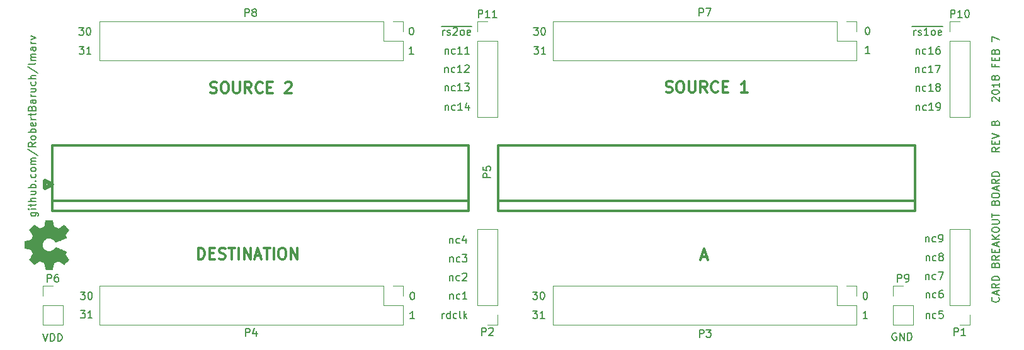
<source format=gto>
G04 #@! TF.FileFunction,Legend,Top*
%FSLAX46Y46*%
G04 Gerber Fmt 4.6, Leading zero omitted, Abs format (unit mm)*
G04 Created by KiCad (PCBNEW 4.0.4-stable) date 02/07/18 19:09:10*
%MOMM*%
%LPD*%
G01*
G04 APERTURE LIST*
%ADD10C,0.100000*%
%ADD11C,0.175000*%
%ADD12C,0.300000*%
%ADD13C,0.120000*%
%ADD14C,0.500000*%
%ADD15C,0.010000*%
%ADD16C,0.150000*%
G04 APERTURE END LIST*
D10*
D11*
X55460714Y-72620239D02*
X56270238Y-72620239D01*
X56365476Y-72667858D01*
X56413095Y-72715477D01*
X56460714Y-72810716D01*
X56460714Y-72953573D01*
X56413095Y-73048811D01*
X56079762Y-72620239D02*
X56127381Y-72715477D01*
X56127381Y-72905954D01*
X56079762Y-73001192D01*
X56032143Y-73048811D01*
X55936905Y-73096430D01*
X55651190Y-73096430D01*
X55555952Y-73048811D01*
X55508333Y-73001192D01*
X55460714Y-72905954D01*
X55460714Y-72715477D01*
X55508333Y-72620239D01*
X56127381Y-72144049D02*
X55460714Y-72144049D01*
X55127381Y-72144049D02*
X55175000Y-72191668D01*
X55222619Y-72144049D01*
X55175000Y-72096430D01*
X55127381Y-72144049D01*
X55222619Y-72144049D01*
X55460714Y-71810716D02*
X55460714Y-71429764D01*
X55127381Y-71667859D02*
X55984524Y-71667859D01*
X56079762Y-71620240D01*
X56127381Y-71525002D01*
X56127381Y-71429764D01*
X56127381Y-71096430D02*
X55127381Y-71096430D01*
X56127381Y-70667858D02*
X55603571Y-70667858D01*
X55508333Y-70715477D01*
X55460714Y-70810715D01*
X55460714Y-70953573D01*
X55508333Y-71048811D01*
X55555952Y-71096430D01*
X55460714Y-69763096D02*
X56127381Y-69763096D01*
X55460714Y-70191668D02*
X55984524Y-70191668D01*
X56079762Y-70144049D01*
X56127381Y-70048811D01*
X56127381Y-69905953D01*
X56079762Y-69810715D01*
X56032143Y-69763096D01*
X56127381Y-69286906D02*
X55127381Y-69286906D01*
X55508333Y-69286906D02*
X55460714Y-69191668D01*
X55460714Y-69001191D01*
X55508333Y-68905953D01*
X55555952Y-68858334D01*
X55651190Y-68810715D01*
X55936905Y-68810715D01*
X56032143Y-68858334D01*
X56079762Y-68905953D01*
X56127381Y-69001191D01*
X56127381Y-69191668D01*
X56079762Y-69286906D01*
X56032143Y-68382144D02*
X56079762Y-68334525D01*
X56127381Y-68382144D01*
X56079762Y-68429763D01*
X56032143Y-68382144D01*
X56127381Y-68382144D01*
X56079762Y-67477382D02*
X56127381Y-67572620D01*
X56127381Y-67763097D01*
X56079762Y-67858335D01*
X56032143Y-67905954D01*
X55936905Y-67953573D01*
X55651190Y-67953573D01*
X55555952Y-67905954D01*
X55508333Y-67858335D01*
X55460714Y-67763097D01*
X55460714Y-67572620D01*
X55508333Y-67477382D01*
X56127381Y-66905954D02*
X56079762Y-67001192D01*
X56032143Y-67048811D01*
X55936905Y-67096430D01*
X55651190Y-67096430D01*
X55555952Y-67048811D01*
X55508333Y-67001192D01*
X55460714Y-66905954D01*
X55460714Y-66763096D01*
X55508333Y-66667858D01*
X55555952Y-66620239D01*
X55651190Y-66572620D01*
X55936905Y-66572620D01*
X56032143Y-66620239D01*
X56079762Y-66667858D01*
X56127381Y-66763096D01*
X56127381Y-66905954D01*
X56127381Y-66144049D02*
X55460714Y-66144049D01*
X55555952Y-66144049D02*
X55508333Y-66096430D01*
X55460714Y-66001192D01*
X55460714Y-65858334D01*
X55508333Y-65763096D01*
X55603571Y-65715477D01*
X56127381Y-65715477D01*
X55603571Y-65715477D02*
X55508333Y-65667858D01*
X55460714Y-65572620D01*
X55460714Y-65429763D01*
X55508333Y-65334525D01*
X55603571Y-65286906D01*
X56127381Y-65286906D01*
X55079762Y-64096430D02*
X56365476Y-64953573D01*
X56127381Y-63191668D02*
X55651190Y-63525002D01*
X56127381Y-63763097D02*
X55127381Y-63763097D01*
X55127381Y-63382144D01*
X55175000Y-63286906D01*
X55222619Y-63239287D01*
X55317857Y-63191668D01*
X55460714Y-63191668D01*
X55555952Y-63239287D01*
X55603571Y-63286906D01*
X55651190Y-63382144D01*
X55651190Y-63763097D01*
X56127381Y-62620240D02*
X56079762Y-62715478D01*
X56032143Y-62763097D01*
X55936905Y-62810716D01*
X55651190Y-62810716D01*
X55555952Y-62763097D01*
X55508333Y-62715478D01*
X55460714Y-62620240D01*
X55460714Y-62477382D01*
X55508333Y-62382144D01*
X55555952Y-62334525D01*
X55651190Y-62286906D01*
X55936905Y-62286906D01*
X56032143Y-62334525D01*
X56079762Y-62382144D01*
X56127381Y-62477382D01*
X56127381Y-62620240D01*
X56127381Y-61858335D02*
X55127381Y-61858335D01*
X55508333Y-61858335D02*
X55460714Y-61763097D01*
X55460714Y-61572620D01*
X55508333Y-61477382D01*
X55555952Y-61429763D01*
X55651190Y-61382144D01*
X55936905Y-61382144D01*
X56032143Y-61429763D01*
X56079762Y-61477382D01*
X56127381Y-61572620D01*
X56127381Y-61763097D01*
X56079762Y-61858335D01*
X56079762Y-60572620D02*
X56127381Y-60667858D01*
X56127381Y-60858335D01*
X56079762Y-60953573D01*
X55984524Y-61001192D01*
X55603571Y-61001192D01*
X55508333Y-60953573D01*
X55460714Y-60858335D01*
X55460714Y-60667858D01*
X55508333Y-60572620D01*
X55603571Y-60525001D01*
X55698810Y-60525001D01*
X55794048Y-61001192D01*
X56127381Y-60096430D02*
X55460714Y-60096430D01*
X55651190Y-60096430D02*
X55555952Y-60048811D01*
X55508333Y-60001192D01*
X55460714Y-59905954D01*
X55460714Y-59810715D01*
X55460714Y-59620239D02*
X55460714Y-59239287D01*
X55127381Y-59477382D02*
X55984524Y-59477382D01*
X56079762Y-59429763D01*
X56127381Y-59334525D01*
X56127381Y-59239287D01*
X55603571Y-58572619D02*
X55651190Y-58429762D01*
X55698810Y-58382143D01*
X55794048Y-58334524D01*
X55936905Y-58334524D01*
X56032143Y-58382143D01*
X56079762Y-58429762D01*
X56127381Y-58525000D01*
X56127381Y-58905953D01*
X55127381Y-58905953D01*
X55127381Y-58572619D01*
X55175000Y-58477381D01*
X55222619Y-58429762D01*
X55317857Y-58382143D01*
X55413095Y-58382143D01*
X55508333Y-58429762D01*
X55555952Y-58477381D01*
X55603571Y-58572619D01*
X55603571Y-58905953D01*
X56127381Y-57477381D02*
X55603571Y-57477381D01*
X55508333Y-57525000D01*
X55460714Y-57620238D01*
X55460714Y-57810715D01*
X55508333Y-57905953D01*
X56079762Y-57477381D02*
X56127381Y-57572619D01*
X56127381Y-57810715D01*
X56079762Y-57905953D01*
X55984524Y-57953572D01*
X55889286Y-57953572D01*
X55794048Y-57905953D01*
X55746429Y-57810715D01*
X55746429Y-57572619D01*
X55698810Y-57477381D01*
X56127381Y-57001191D02*
X55460714Y-57001191D01*
X55651190Y-57001191D02*
X55555952Y-56953572D01*
X55508333Y-56905953D01*
X55460714Y-56810715D01*
X55460714Y-56715476D01*
X55460714Y-55953571D02*
X56127381Y-55953571D01*
X55460714Y-56382143D02*
X55984524Y-56382143D01*
X56079762Y-56334524D01*
X56127381Y-56239286D01*
X56127381Y-56096428D01*
X56079762Y-56001190D01*
X56032143Y-55953571D01*
X56079762Y-55048809D02*
X56127381Y-55144047D01*
X56127381Y-55334524D01*
X56079762Y-55429762D01*
X56032143Y-55477381D01*
X55936905Y-55525000D01*
X55651190Y-55525000D01*
X55555952Y-55477381D01*
X55508333Y-55429762D01*
X55460714Y-55334524D01*
X55460714Y-55144047D01*
X55508333Y-55048809D01*
X56127381Y-54620238D02*
X55127381Y-54620238D01*
X56127381Y-54191666D02*
X55603571Y-54191666D01*
X55508333Y-54239285D01*
X55460714Y-54334523D01*
X55460714Y-54477381D01*
X55508333Y-54572619D01*
X55555952Y-54620238D01*
X55079762Y-53001190D02*
X56365476Y-53858333D01*
X56127381Y-52525000D02*
X56079762Y-52620238D01*
X55984524Y-52667857D01*
X55127381Y-52667857D01*
X56127381Y-52144047D02*
X55460714Y-52144047D01*
X55555952Y-52144047D02*
X55508333Y-52096428D01*
X55460714Y-52001190D01*
X55460714Y-51858332D01*
X55508333Y-51763094D01*
X55603571Y-51715475D01*
X56127381Y-51715475D01*
X55603571Y-51715475D02*
X55508333Y-51667856D01*
X55460714Y-51572618D01*
X55460714Y-51429761D01*
X55508333Y-51334523D01*
X55603571Y-51286904D01*
X56127381Y-51286904D01*
X56127381Y-50382142D02*
X55603571Y-50382142D01*
X55508333Y-50429761D01*
X55460714Y-50524999D01*
X55460714Y-50715476D01*
X55508333Y-50810714D01*
X56079762Y-50382142D02*
X56127381Y-50477380D01*
X56127381Y-50715476D01*
X56079762Y-50810714D01*
X55984524Y-50858333D01*
X55889286Y-50858333D01*
X55794048Y-50810714D01*
X55746429Y-50715476D01*
X55746429Y-50477380D01*
X55698810Y-50382142D01*
X56127381Y-49905952D02*
X55460714Y-49905952D01*
X55651190Y-49905952D02*
X55555952Y-49858333D01*
X55508333Y-49810714D01*
X55460714Y-49715476D01*
X55460714Y-49620237D01*
X55460714Y-49382142D02*
X56127381Y-49144047D01*
X55460714Y-48905951D01*
X185557143Y-84039287D02*
X185604762Y-84086906D01*
X185652381Y-84229763D01*
X185652381Y-84325001D01*
X185604762Y-84467859D01*
X185509524Y-84563097D01*
X185414286Y-84610716D01*
X185223810Y-84658335D01*
X185080952Y-84658335D01*
X184890476Y-84610716D01*
X184795238Y-84563097D01*
X184700000Y-84467859D01*
X184652381Y-84325001D01*
X184652381Y-84229763D01*
X184700000Y-84086906D01*
X184747619Y-84039287D01*
X185366667Y-83658335D02*
X185366667Y-83182144D01*
X185652381Y-83753573D02*
X184652381Y-83420240D01*
X185652381Y-83086906D01*
X185652381Y-82182144D02*
X185176190Y-82515478D01*
X185652381Y-82753573D02*
X184652381Y-82753573D01*
X184652381Y-82372620D01*
X184700000Y-82277382D01*
X184747619Y-82229763D01*
X184842857Y-82182144D01*
X184985714Y-82182144D01*
X185080952Y-82229763D01*
X185128571Y-82277382D01*
X185176190Y-82372620D01*
X185176190Y-82753573D01*
X185652381Y-81753573D02*
X184652381Y-81753573D01*
X184652381Y-81515478D01*
X184700000Y-81372620D01*
X184795238Y-81277382D01*
X184890476Y-81229763D01*
X185080952Y-81182144D01*
X185223810Y-81182144D01*
X185414286Y-81229763D01*
X185509524Y-81277382D01*
X185604762Y-81372620D01*
X185652381Y-81515478D01*
X185652381Y-81753573D01*
X185128571Y-79658334D02*
X185176190Y-79515477D01*
X185223810Y-79467858D01*
X185319048Y-79420239D01*
X185461905Y-79420239D01*
X185557143Y-79467858D01*
X185604762Y-79515477D01*
X185652381Y-79610715D01*
X185652381Y-79991668D01*
X184652381Y-79991668D01*
X184652381Y-79658334D01*
X184700000Y-79563096D01*
X184747619Y-79515477D01*
X184842857Y-79467858D01*
X184938095Y-79467858D01*
X185033333Y-79515477D01*
X185080952Y-79563096D01*
X185128571Y-79658334D01*
X185128571Y-79991668D01*
X185652381Y-78420239D02*
X185176190Y-78753573D01*
X185652381Y-78991668D02*
X184652381Y-78991668D01*
X184652381Y-78610715D01*
X184700000Y-78515477D01*
X184747619Y-78467858D01*
X184842857Y-78420239D01*
X184985714Y-78420239D01*
X185080952Y-78467858D01*
X185128571Y-78515477D01*
X185176190Y-78610715D01*
X185176190Y-78991668D01*
X185128571Y-77991668D02*
X185128571Y-77658334D01*
X185652381Y-77515477D02*
X185652381Y-77991668D01*
X184652381Y-77991668D01*
X184652381Y-77515477D01*
X185366667Y-77134525D02*
X185366667Y-76658334D01*
X185652381Y-77229763D02*
X184652381Y-76896430D01*
X185652381Y-76563096D01*
X185652381Y-76229763D02*
X184652381Y-76229763D01*
X185652381Y-75658334D02*
X185080952Y-76086906D01*
X184652381Y-75658334D02*
X185223810Y-76229763D01*
X184652381Y-75039287D02*
X184652381Y-74848810D01*
X184700000Y-74753572D01*
X184795238Y-74658334D01*
X184985714Y-74610715D01*
X185319048Y-74610715D01*
X185509524Y-74658334D01*
X185604762Y-74753572D01*
X185652381Y-74848810D01*
X185652381Y-75039287D01*
X185604762Y-75134525D01*
X185509524Y-75229763D01*
X185319048Y-75277382D01*
X184985714Y-75277382D01*
X184795238Y-75229763D01*
X184700000Y-75134525D01*
X184652381Y-75039287D01*
X184652381Y-74182144D02*
X185461905Y-74182144D01*
X185557143Y-74134525D01*
X185604762Y-74086906D01*
X185652381Y-73991668D01*
X185652381Y-73801191D01*
X185604762Y-73705953D01*
X185557143Y-73658334D01*
X185461905Y-73610715D01*
X184652381Y-73610715D01*
X184652381Y-73277382D02*
X184652381Y-72705953D01*
X185652381Y-72991668D02*
X184652381Y-72991668D01*
X185128571Y-71277381D02*
X185176190Y-71134524D01*
X185223810Y-71086905D01*
X185319048Y-71039286D01*
X185461905Y-71039286D01*
X185557143Y-71086905D01*
X185604762Y-71134524D01*
X185652381Y-71229762D01*
X185652381Y-71610715D01*
X184652381Y-71610715D01*
X184652381Y-71277381D01*
X184700000Y-71182143D01*
X184747619Y-71134524D01*
X184842857Y-71086905D01*
X184938095Y-71086905D01*
X185033333Y-71134524D01*
X185080952Y-71182143D01*
X185128571Y-71277381D01*
X185128571Y-71610715D01*
X184652381Y-70420239D02*
X184652381Y-70229762D01*
X184700000Y-70134524D01*
X184795238Y-70039286D01*
X184985714Y-69991667D01*
X185319048Y-69991667D01*
X185509524Y-70039286D01*
X185604762Y-70134524D01*
X185652381Y-70229762D01*
X185652381Y-70420239D01*
X185604762Y-70515477D01*
X185509524Y-70610715D01*
X185319048Y-70658334D01*
X184985714Y-70658334D01*
X184795238Y-70610715D01*
X184700000Y-70515477D01*
X184652381Y-70420239D01*
X185366667Y-69610715D02*
X185366667Y-69134524D01*
X185652381Y-69705953D02*
X184652381Y-69372620D01*
X185652381Y-69039286D01*
X185652381Y-68134524D02*
X185176190Y-68467858D01*
X185652381Y-68705953D02*
X184652381Y-68705953D01*
X184652381Y-68325000D01*
X184700000Y-68229762D01*
X184747619Y-68182143D01*
X184842857Y-68134524D01*
X184985714Y-68134524D01*
X185080952Y-68182143D01*
X185128571Y-68229762D01*
X185176190Y-68325000D01*
X185176190Y-68705953D01*
X185652381Y-67705953D02*
X184652381Y-67705953D01*
X184652381Y-67467858D01*
X184700000Y-67325000D01*
X184795238Y-67229762D01*
X184890476Y-67182143D01*
X185080952Y-67134524D01*
X185223810Y-67134524D01*
X185414286Y-67182143D01*
X185509524Y-67229762D01*
X185604762Y-67325000D01*
X185652381Y-67467858D01*
X185652381Y-67705953D01*
X185652381Y-63848809D02*
X185176190Y-64182143D01*
X185652381Y-64420238D02*
X184652381Y-64420238D01*
X184652381Y-64039285D01*
X184700000Y-63944047D01*
X184747619Y-63896428D01*
X184842857Y-63848809D01*
X184985714Y-63848809D01*
X185080952Y-63896428D01*
X185128571Y-63944047D01*
X185176190Y-64039285D01*
X185176190Y-64420238D01*
X185128571Y-63420238D02*
X185128571Y-63086904D01*
X185652381Y-62944047D02*
X185652381Y-63420238D01*
X184652381Y-63420238D01*
X184652381Y-62944047D01*
X184652381Y-62658333D02*
X185652381Y-62325000D01*
X184652381Y-61991666D01*
X185128571Y-60563094D02*
X185176190Y-60420237D01*
X185223810Y-60372618D01*
X185319048Y-60324999D01*
X185461905Y-60324999D01*
X185557143Y-60372618D01*
X185604762Y-60420237D01*
X185652381Y-60515475D01*
X185652381Y-60896428D01*
X184652381Y-60896428D01*
X184652381Y-60563094D01*
X184700000Y-60467856D01*
X184747619Y-60420237D01*
X184842857Y-60372618D01*
X184938095Y-60372618D01*
X185033333Y-60420237D01*
X185080952Y-60467856D01*
X185128571Y-60563094D01*
X185128571Y-60896428D01*
X184747619Y-57658332D02*
X184700000Y-57610713D01*
X184652381Y-57515475D01*
X184652381Y-57277379D01*
X184700000Y-57182141D01*
X184747619Y-57134522D01*
X184842857Y-57086903D01*
X184938095Y-57086903D01*
X185080952Y-57134522D01*
X185652381Y-57705951D01*
X185652381Y-57086903D01*
X184652381Y-56467856D02*
X184652381Y-56372617D01*
X184700000Y-56277379D01*
X184747619Y-56229760D01*
X184842857Y-56182141D01*
X185033333Y-56134522D01*
X185271429Y-56134522D01*
X185461905Y-56182141D01*
X185557143Y-56229760D01*
X185604762Y-56277379D01*
X185652381Y-56372617D01*
X185652381Y-56467856D01*
X185604762Y-56563094D01*
X185557143Y-56610713D01*
X185461905Y-56658332D01*
X185271429Y-56705951D01*
X185033333Y-56705951D01*
X184842857Y-56658332D01*
X184747619Y-56610713D01*
X184700000Y-56563094D01*
X184652381Y-56467856D01*
X185652381Y-55182141D02*
X185652381Y-55753570D01*
X185652381Y-55467856D02*
X184652381Y-55467856D01*
X184795238Y-55563094D01*
X184890476Y-55658332D01*
X184938095Y-55753570D01*
X185080952Y-54610713D02*
X185033333Y-54705951D01*
X184985714Y-54753570D01*
X184890476Y-54801189D01*
X184842857Y-54801189D01*
X184747619Y-54753570D01*
X184700000Y-54705951D01*
X184652381Y-54610713D01*
X184652381Y-54420236D01*
X184700000Y-54324998D01*
X184747619Y-54277379D01*
X184842857Y-54229760D01*
X184890476Y-54229760D01*
X184985714Y-54277379D01*
X185033333Y-54324998D01*
X185080952Y-54420236D01*
X185080952Y-54610713D01*
X185128571Y-54705951D01*
X185176190Y-54753570D01*
X185271429Y-54801189D01*
X185461905Y-54801189D01*
X185557143Y-54753570D01*
X185604762Y-54705951D01*
X185652381Y-54610713D01*
X185652381Y-54420236D01*
X185604762Y-54324998D01*
X185557143Y-54277379D01*
X185461905Y-54229760D01*
X185271429Y-54229760D01*
X185176190Y-54277379D01*
X185128571Y-54324998D01*
X185080952Y-54420236D01*
X185128571Y-52705950D02*
X185128571Y-53039284D01*
X185652381Y-53039284D02*
X184652381Y-53039284D01*
X184652381Y-52563093D01*
X185128571Y-52182141D02*
X185128571Y-51848807D01*
X185652381Y-51705950D02*
X185652381Y-52182141D01*
X184652381Y-52182141D01*
X184652381Y-51705950D01*
X185128571Y-50944045D02*
X185176190Y-50801188D01*
X185223810Y-50753569D01*
X185319048Y-50705950D01*
X185461905Y-50705950D01*
X185557143Y-50753569D01*
X185604762Y-50801188D01*
X185652381Y-50896426D01*
X185652381Y-51277379D01*
X184652381Y-51277379D01*
X184652381Y-50944045D01*
X184700000Y-50848807D01*
X184747619Y-50801188D01*
X184842857Y-50753569D01*
X184938095Y-50753569D01*
X185033333Y-50801188D01*
X185080952Y-50848807D01*
X185128571Y-50944045D01*
X185128571Y-51277379D01*
X184652381Y-49610712D02*
X184652381Y-48944045D01*
X185652381Y-49372617D01*
X57091667Y-88902381D02*
X57425000Y-89902381D01*
X57758334Y-88902381D01*
X58091667Y-89902381D02*
X58091667Y-88902381D01*
X58329762Y-88902381D01*
X58472620Y-88950000D01*
X58567858Y-89045238D01*
X58615477Y-89140476D01*
X58663096Y-89330952D01*
X58663096Y-89473810D01*
X58615477Y-89664286D01*
X58567858Y-89759524D01*
X58472620Y-89854762D01*
X58329762Y-89902381D01*
X58091667Y-89902381D01*
X59091667Y-89902381D02*
X59091667Y-88902381D01*
X59329762Y-88902381D01*
X59472620Y-88950000D01*
X59567858Y-89045238D01*
X59615477Y-89140476D01*
X59663096Y-89330952D01*
X59663096Y-89473810D01*
X59615477Y-89664286D01*
X59567858Y-89759524D01*
X59472620Y-89854762D01*
X59329762Y-89902381D01*
X59091667Y-89902381D01*
X171813096Y-88850000D02*
X171717858Y-88802381D01*
X171575001Y-88802381D01*
X171432143Y-88850000D01*
X171336905Y-88945238D01*
X171289286Y-89040476D01*
X171241667Y-89230952D01*
X171241667Y-89373810D01*
X171289286Y-89564286D01*
X171336905Y-89659524D01*
X171432143Y-89754762D01*
X171575001Y-89802381D01*
X171670239Y-89802381D01*
X171813096Y-89754762D01*
X171860715Y-89707143D01*
X171860715Y-89373810D01*
X171670239Y-89373810D01*
X172289286Y-89802381D02*
X172289286Y-88802381D01*
X172860715Y-89802381D01*
X172860715Y-88802381D01*
X173336905Y-89802381D02*
X173336905Y-88802381D01*
X173575000Y-88802381D01*
X173717858Y-88850000D01*
X173813096Y-88945238D01*
X173860715Y-89040476D01*
X173908334Y-89230952D01*
X173908334Y-89373810D01*
X173860715Y-89564286D01*
X173813096Y-89659524D01*
X173717858Y-89754762D01*
X173575000Y-89802381D01*
X173336905Y-89802381D01*
X175780952Y-75910714D02*
X175780952Y-76577381D01*
X175780952Y-76005952D02*
X175828571Y-75958333D01*
X175923809Y-75910714D01*
X176066667Y-75910714D01*
X176161905Y-75958333D01*
X176209524Y-76053571D01*
X176209524Y-76577381D01*
X177114286Y-76529762D02*
X177019048Y-76577381D01*
X176828571Y-76577381D01*
X176733333Y-76529762D01*
X176685714Y-76482143D01*
X176638095Y-76386905D01*
X176638095Y-76101190D01*
X176685714Y-76005952D01*
X176733333Y-75958333D01*
X176828571Y-75910714D01*
X177019048Y-75910714D01*
X177114286Y-75958333D01*
X177590476Y-76577381D02*
X177780952Y-76577381D01*
X177876191Y-76529762D01*
X177923810Y-76482143D01*
X178019048Y-76339286D01*
X178066667Y-76148810D01*
X178066667Y-75767857D01*
X178019048Y-75672619D01*
X177971429Y-75625000D01*
X177876191Y-75577381D01*
X177685714Y-75577381D01*
X177590476Y-75625000D01*
X177542857Y-75672619D01*
X177495238Y-75767857D01*
X177495238Y-76005952D01*
X177542857Y-76101190D01*
X177590476Y-76148810D01*
X177685714Y-76196429D01*
X177876191Y-76196429D01*
X177971429Y-76148810D01*
X178019048Y-76101190D01*
X178066667Y-76005952D01*
X175830952Y-78435714D02*
X175830952Y-79102381D01*
X175830952Y-78530952D02*
X175878571Y-78483333D01*
X175973809Y-78435714D01*
X176116667Y-78435714D01*
X176211905Y-78483333D01*
X176259524Y-78578571D01*
X176259524Y-79102381D01*
X177164286Y-79054762D02*
X177069048Y-79102381D01*
X176878571Y-79102381D01*
X176783333Y-79054762D01*
X176735714Y-79007143D01*
X176688095Y-78911905D01*
X176688095Y-78626190D01*
X176735714Y-78530952D01*
X176783333Y-78483333D01*
X176878571Y-78435714D01*
X177069048Y-78435714D01*
X177164286Y-78483333D01*
X177735714Y-78530952D02*
X177640476Y-78483333D01*
X177592857Y-78435714D01*
X177545238Y-78340476D01*
X177545238Y-78292857D01*
X177592857Y-78197619D01*
X177640476Y-78150000D01*
X177735714Y-78102381D01*
X177926191Y-78102381D01*
X178021429Y-78150000D01*
X178069048Y-78197619D01*
X178116667Y-78292857D01*
X178116667Y-78340476D01*
X178069048Y-78435714D01*
X178021429Y-78483333D01*
X177926191Y-78530952D01*
X177735714Y-78530952D01*
X177640476Y-78578571D01*
X177592857Y-78626190D01*
X177545238Y-78721429D01*
X177545238Y-78911905D01*
X177592857Y-79007143D01*
X177640476Y-79054762D01*
X177735714Y-79102381D01*
X177926191Y-79102381D01*
X178021429Y-79054762D01*
X178069048Y-79007143D01*
X178116667Y-78911905D01*
X178116667Y-78721429D01*
X178069048Y-78626190D01*
X178021429Y-78578571D01*
X177926191Y-78530952D01*
X175805952Y-80935714D02*
X175805952Y-81602381D01*
X175805952Y-81030952D02*
X175853571Y-80983333D01*
X175948809Y-80935714D01*
X176091667Y-80935714D01*
X176186905Y-80983333D01*
X176234524Y-81078571D01*
X176234524Y-81602381D01*
X177139286Y-81554762D02*
X177044048Y-81602381D01*
X176853571Y-81602381D01*
X176758333Y-81554762D01*
X176710714Y-81507143D01*
X176663095Y-81411905D01*
X176663095Y-81126190D01*
X176710714Y-81030952D01*
X176758333Y-80983333D01*
X176853571Y-80935714D01*
X177044048Y-80935714D01*
X177139286Y-80983333D01*
X177472619Y-80602381D02*
X178139286Y-80602381D01*
X177710714Y-81602381D01*
X175830952Y-83410714D02*
X175830952Y-84077381D01*
X175830952Y-83505952D02*
X175878571Y-83458333D01*
X175973809Y-83410714D01*
X176116667Y-83410714D01*
X176211905Y-83458333D01*
X176259524Y-83553571D01*
X176259524Y-84077381D01*
X177164286Y-84029762D02*
X177069048Y-84077381D01*
X176878571Y-84077381D01*
X176783333Y-84029762D01*
X176735714Y-83982143D01*
X176688095Y-83886905D01*
X176688095Y-83601190D01*
X176735714Y-83505952D01*
X176783333Y-83458333D01*
X176878571Y-83410714D01*
X177069048Y-83410714D01*
X177164286Y-83458333D01*
X178021429Y-83077381D02*
X177830952Y-83077381D01*
X177735714Y-83125000D01*
X177688095Y-83172619D01*
X177592857Y-83315476D01*
X177545238Y-83505952D01*
X177545238Y-83886905D01*
X177592857Y-83982143D01*
X177640476Y-84029762D01*
X177735714Y-84077381D01*
X177926191Y-84077381D01*
X178021429Y-84029762D01*
X178069048Y-83982143D01*
X178116667Y-83886905D01*
X178116667Y-83648810D01*
X178069048Y-83553571D01*
X178021429Y-83505952D01*
X177926191Y-83458333D01*
X177735714Y-83458333D01*
X177640476Y-83505952D01*
X177592857Y-83553571D01*
X177545238Y-83648810D01*
X175830952Y-86185714D02*
X175830952Y-86852381D01*
X175830952Y-86280952D02*
X175878571Y-86233333D01*
X175973809Y-86185714D01*
X176116667Y-86185714D01*
X176211905Y-86233333D01*
X176259524Y-86328571D01*
X176259524Y-86852381D01*
X177164286Y-86804762D02*
X177069048Y-86852381D01*
X176878571Y-86852381D01*
X176783333Y-86804762D01*
X176735714Y-86757143D01*
X176688095Y-86661905D01*
X176688095Y-86376190D01*
X176735714Y-86280952D01*
X176783333Y-86233333D01*
X176878571Y-86185714D01*
X177069048Y-86185714D01*
X177164286Y-86233333D01*
X178069048Y-85852381D02*
X177592857Y-85852381D01*
X177545238Y-86328571D01*
X177592857Y-86280952D01*
X177688095Y-86233333D01*
X177926191Y-86233333D01*
X178021429Y-86280952D01*
X178069048Y-86328571D01*
X178116667Y-86423810D01*
X178116667Y-86661905D01*
X178069048Y-86757143D01*
X178021429Y-86804762D01*
X177926191Y-86852381D01*
X177688095Y-86852381D01*
X177592857Y-86804762D01*
X177545238Y-86757143D01*
X174504762Y-58210714D02*
X174504762Y-58877381D01*
X174504762Y-58305952D02*
X174552381Y-58258333D01*
X174647619Y-58210714D01*
X174790477Y-58210714D01*
X174885715Y-58258333D01*
X174933334Y-58353571D01*
X174933334Y-58877381D01*
X175838096Y-58829762D02*
X175742858Y-58877381D01*
X175552381Y-58877381D01*
X175457143Y-58829762D01*
X175409524Y-58782143D01*
X175361905Y-58686905D01*
X175361905Y-58401190D01*
X175409524Y-58305952D01*
X175457143Y-58258333D01*
X175552381Y-58210714D01*
X175742858Y-58210714D01*
X175838096Y-58258333D01*
X176790477Y-58877381D02*
X176219048Y-58877381D01*
X176504762Y-58877381D02*
X176504762Y-57877381D01*
X176409524Y-58020238D01*
X176314286Y-58115476D01*
X176219048Y-58163095D01*
X177266667Y-58877381D02*
X177457143Y-58877381D01*
X177552382Y-58829762D01*
X177600001Y-58782143D01*
X177695239Y-58639286D01*
X177742858Y-58448810D01*
X177742858Y-58067857D01*
X177695239Y-57972619D01*
X177647620Y-57925000D01*
X177552382Y-57877381D01*
X177361905Y-57877381D01*
X177266667Y-57925000D01*
X177219048Y-57972619D01*
X177171429Y-58067857D01*
X177171429Y-58305952D01*
X177219048Y-58401190D01*
X177266667Y-58448810D01*
X177361905Y-58496429D01*
X177552382Y-58496429D01*
X177647620Y-58448810D01*
X177695239Y-58401190D01*
X177742858Y-58305952D01*
X174479762Y-55610714D02*
X174479762Y-56277381D01*
X174479762Y-55705952D02*
X174527381Y-55658333D01*
X174622619Y-55610714D01*
X174765477Y-55610714D01*
X174860715Y-55658333D01*
X174908334Y-55753571D01*
X174908334Y-56277381D01*
X175813096Y-56229762D02*
X175717858Y-56277381D01*
X175527381Y-56277381D01*
X175432143Y-56229762D01*
X175384524Y-56182143D01*
X175336905Y-56086905D01*
X175336905Y-55801190D01*
X175384524Y-55705952D01*
X175432143Y-55658333D01*
X175527381Y-55610714D01*
X175717858Y-55610714D01*
X175813096Y-55658333D01*
X176765477Y-56277381D02*
X176194048Y-56277381D01*
X176479762Y-56277381D02*
X176479762Y-55277381D01*
X176384524Y-55420238D01*
X176289286Y-55515476D01*
X176194048Y-55563095D01*
X177336905Y-55705952D02*
X177241667Y-55658333D01*
X177194048Y-55610714D01*
X177146429Y-55515476D01*
X177146429Y-55467857D01*
X177194048Y-55372619D01*
X177241667Y-55325000D01*
X177336905Y-55277381D01*
X177527382Y-55277381D01*
X177622620Y-55325000D01*
X177670239Y-55372619D01*
X177717858Y-55467857D01*
X177717858Y-55515476D01*
X177670239Y-55610714D01*
X177622620Y-55658333D01*
X177527382Y-55705952D01*
X177336905Y-55705952D01*
X177241667Y-55753571D01*
X177194048Y-55801190D01*
X177146429Y-55896429D01*
X177146429Y-56086905D01*
X177194048Y-56182143D01*
X177241667Y-56229762D01*
X177336905Y-56277381D01*
X177527382Y-56277381D01*
X177622620Y-56229762D01*
X177670239Y-56182143D01*
X177717858Y-56086905D01*
X177717858Y-55896429D01*
X177670239Y-55801190D01*
X177622620Y-55753571D01*
X177527382Y-55705952D01*
X174454762Y-53135714D02*
X174454762Y-53802381D01*
X174454762Y-53230952D02*
X174502381Y-53183333D01*
X174597619Y-53135714D01*
X174740477Y-53135714D01*
X174835715Y-53183333D01*
X174883334Y-53278571D01*
X174883334Y-53802381D01*
X175788096Y-53754762D02*
X175692858Y-53802381D01*
X175502381Y-53802381D01*
X175407143Y-53754762D01*
X175359524Y-53707143D01*
X175311905Y-53611905D01*
X175311905Y-53326190D01*
X175359524Y-53230952D01*
X175407143Y-53183333D01*
X175502381Y-53135714D01*
X175692858Y-53135714D01*
X175788096Y-53183333D01*
X176740477Y-53802381D02*
X176169048Y-53802381D01*
X176454762Y-53802381D02*
X176454762Y-52802381D01*
X176359524Y-52945238D01*
X176264286Y-53040476D01*
X176169048Y-53088095D01*
X177073810Y-52802381D02*
X177740477Y-52802381D01*
X177311905Y-53802381D01*
X174479762Y-50635714D02*
X174479762Y-51302381D01*
X174479762Y-50730952D02*
X174527381Y-50683333D01*
X174622619Y-50635714D01*
X174765477Y-50635714D01*
X174860715Y-50683333D01*
X174908334Y-50778571D01*
X174908334Y-51302381D01*
X175813096Y-51254762D02*
X175717858Y-51302381D01*
X175527381Y-51302381D01*
X175432143Y-51254762D01*
X175384524Y-51207143D01*
X175336905Y-51111905D01*
X175336905Y-50826190D01*
X175384524Y-50730952D01*
X175432143Y-50683333D01*
X175527381Y-50635714D01*
X175717858Y-50635714D01*
X175813096Y-50683333D01*
X176765477Y-51302381D02*
X176194048Y-51302381D01*
X176479762Y-51302381D02*
X176479762Y-50302381D01*
X176384524Y-50445238D01*
X176289286Y-50540476D01*
X176194048Y-50588095D01*
X177622620Y-50302381D02*
X177432143Y-50302381D01*
X177336905Y-50350000D01*
X177289286Y-50397619D01*
X177194048Y-50540476D01*
X177146429Y-50730952D01*
X177146429Y-51111905D01*
X177194048Y-51207143D01*
X177241667Y-51254762D01*
X177336905Y-51302381D01*
X177527382Y-51302381D01*
X177622620Y-51254762D01*
X177670239Y-51207143D01*
X177717858Y-51111905D01*
X177717858Y-50873810D01*
X177670239Y-50778571D01*
X177622620Y-50730952D01*
X177527382Y-50683333D01*
X177336905Y-50683333D01*
X177241667Y-50730952D01*
X177194048Y-50778571D01*
X177146429Y-50873810D01*
X174191666Y-48777381D02*
X174191666Y-48110714D01*
X174191666Y-48301190D02*
X174239285Y-48205952D01*
X174286904Y-48158333D01*
X174382142Y-48110714D01*
X174477381Y-48110714D01*
X174763095Y-48729762D02*
X174858333Y-48777381D01*
X175048809Y-48777381D01*
X175144048Y-48729762D01*
X175191667Y-48634524D01*
X175191667Y-48586905D01*
X175144048Y-48491667D01*
X175048809Y-48444048D01*
X174905952Y-48444048D01*
X174810714Y-48396429D01*
X174763095Y-48301190D01*
X174763095Y-48253571D01*
X174810714Y-48158333D01*
X174905952Y-48110714D01*
X175048809Y-48110714D01*
X175144048Y-48158333D01*
X176144048Y-48777381D02*
X175572619Y-48777381D01*
X175858333Y-48777381D02*
X175858333Y-47777381D01*
X175763095Y-47920238D01*
X175667857Y-48015476D01*
X175572619Y-48063095D01*
X176715476Y-48777381D02*
X176620238Y-48729762D01*
X176572619Y-48682143D01*
X176525000Y-48586905D01*
X176525000Y-48301190D01*
X176572619Y-48205952D01*
X176620238Y-48158333D01*
X176715476Y-48110714D01*
X176858334Y-48110714D01*
X176953572Y-48158333D01*
X177001191Y-48205952D01*
X177048810Y-48301190D01*
X177048810Y-48586905D01*
X177001191Y-48682143D01*
X176953572Y-48729762D01*
X176858334Y-48777381D01*
X176715476Y-48777381D01*
X177858334Y-48729762D02*
X177763096Y-48777381D01*
X177572619Y-48777381D01*
X177477381Y-48729762D01*
X177429762Y-48634524D01*
X177429762Y-48253571D01*
X177477381Y-48158333D01*
X177572619Y-48110714D01*
X177763096Y-48110714D01*
X177858334Y-48158333D01*
X177905953Y-48253571D01*
X177905953Y-48348810D01*
X177429762Y-48444048D01*
X173953571Y-47605000D02*
X178096429Y-47605000D01*
X110866666Y-48752381D02*
X110866666Y-48085714D01*
X110866666Y-48276190D02*
X110914285Y-48180952D01*
X110961904Y-48133333D01*
X111057142Y-48085714D01*
X111152381Y-48085714D01*
X111438095Y-48704762D02*
X111533333Y-48752381D01*
X111723809Y-48752381D01*
X111819048Y-48704762D01*
X111866667Y-48609524D01*
X111866667Y-48561905D01*
X111819048Y-48466667D01*
X111723809Y-48419048D01*
X111580952Y-48419048D01*
X111485714Y-48371429D01*
X111438095Y-48276190D01*
X111438095Y-48228571D01*
X111485714Y-48133333D01*
X111580952Y-48085714D01*
X111723809Y-48085714D01*
X111819048Y-48133333D01*
X112247619Y-47847619D02*
X112295238Y-47800000D01*
X112390476Y-47752381D01*
X112628572Y-47752381D01*
X112723810Y-47800000D01*
X112771429Y-47847619D01*
X112819048Y-47942857D01*
X112819048Y-48038095D01*
X112771429Y-48180952D01*
X112200000Y-48752381D01*
X112819048Y-48752381D01*
X113390476Y-48752381D02*
X113295238Y-48704762D01*
X113247619Y-48657143D01*
X113200000Y-48561905D01*
X113200000Y-48276190D01*
X113247619Y-48180952D01*
X113295238Y-48133333D01*
X113390476Y-48085714D01*
X113533334Y-48085714D01*
X113628572Y-48133333D01*
X113676191Y-48180952D01*
X113723810Y-48276190D01*
X113723810Y-48561905D01*
X113676191Y-48657143D01*
X113628572Y-48704762D01*
X113533334Y-48752381D01*
X113390476Y-48752381D01*
X114533334Y-48704762D02*
X114438096Y-48752381D01*
X114247619Y-48752381D01*
X114152381Y-48704762D01*
X114104762Y-48609524D01*
X114104762Y-48228571D01*
X114152381Y-48133333D01*
X114247619Y-48085714D01*
X114438096Y-48085714D01*
X114533334Y-48133333D01*
X114580953Y-48228571D01*
X114580953Y-48323810D01*
X114104762Y-48419048D01*
X110628571Y-47580000D02*
X114771429Y-47580000D01*
X111154762Y-50610714D02*
X111154762Y-51277381D01*
X111154762Y-50705952D02*
X111202381Y-50658333D01*
X111297619Y-50610714D01*
X111440477Y-50610714D01*
X111535715Y-50658333D01*
X111583334Y-50753571D01*
X111583334Y-51277381D01*
X112488096Y-51229762D02*
X112392858Y-51277381D01*
X112202381Y-51277381D01*
X112107143Y-51229762D01*
X112059524Y-51182143D01*
X112011905Y-51086905D01*
X112011905Y-50801190D01*
X112059524Y-50705952D01*
X112107143Y-50658333D01*
X112202381Y-50610714D01*
X112392858Y-50610714D01*
X112488096Y-50658333D01*
X113440477Y-51277381D02*
X112869048Y-51277381D01*
X113154762Y-51277381D02*
X113154762Y-50277381D01*
X113059524Y-50420238D01*
X112964286Y-50515476D01*
X112869048Y-50563095D01*
X114392858Y-51277381D02*
X113821429Y-51277381D01*
X114107143Y-51277381D02*
X114107143Y-50277381D01*
X114011905Y-50420238D01*
X113916667Y-50515476D01*
X113821429Y-50563095D01*
X111129762Y-53110714D02*
X111129762Y-53777381D01*
X111129762Y-53205952D02*
X111177381Y-53158333D01*
X111272619Y-53110714D01*
X111415477Y-53110714D01*
X111510715Y-53158333D01*
X111558334Y-53253571D01*
X111558334Y-53777381D01*
X112463096Y-53729762D02*
X112367858Y-53777381D01*
X112177381Y-53777381D01*
X112082143Y-53729762D01*
X112034524Y-53682143D01*
X111986905Y-53586905D01*
X111986905Y-53301190D01*
X112034524Y-53205952D01*
X112082143Y-53158333D01*
X112177381Y-53110714D01*
X112367858Y-53110714D01*
X112463096Y-53158333D01*
X113415477Y-53777381D02*
X112844048Y-53777381D01*
X113129762Y-53777381D02*
X113129762Y-52777381D01*
X113034524Y-52920238D01*
X112939286Y-53015476D01*
X112844048Y-53063095D01*
X113796429Y-52872619D02*
X113844048Y-52825000D01*
X113939286Y-52777381D01*
X114177382Y-52777381D01*
X114272620Y-52825000D01*
X114320239Y-52872619D01*
X114367858Y-52967857D01*
X114367858Y-53063095D01*
X114320239Y-53205952D01*
X113748810Y-53777381D01*
X114367858Y-53777381D01*
X111154762Y-55585714D02*
X111154762Y-56252381D01*
X111154762Y-55680952D02*
X111202381Y-55633333D01*
X111297619Y-55585714D01*
X111440477Y-55585714D01*
X111535715Y-55633333D01*
X111583334Y-55728571D01*
X111583334Y-56252381D01*
X112488096Y-56204762D02*
X112392858Y-56252381D01*
X112202381Y-56252381D01*
X112107143Y-56204762D01*
X112059524Y-56157143D01*
X112011905Y-56061905D01*
X112011905Y-55776190D01*
X112059524Y-55680952D01*
X112107143Y-55633333D01*
X112202381Y-55585714D01*
X112392858Y-55585714D01*
X112488096Y-55633333D01*
X113440477Y-56252381D02*
X112869048Y-56252381D01*
X113154762Y-56252381D02*
X113154762Y-55252381D01*
X113059524Y-55395238D01*
X112964286Y-55490476D01*
X112869048Y-55538095D01*
X113773810Y-55252381D02*
X114392858Y-55252381D01*
X114059524Y-55633333D01*
X114202382Y-55633333D01*
X114297620Y-55680952D01*
X114345239Y-55728571D01*
X114392858Y-55823810D01*
X114392858Y-56061905D01*
X114345239Y-56157143D01*
X114297620Y-56204762D01*
X114202382Y-56252381D01*
X113916667Y-56252381D01*
X113821429Y-56204762D01*
X113773810Y-56157143D01*
X111179762Y-58185714D02*
X111179762Y-58852381D01*
X111179762Y-58280952D02*
X111227381Y-58233333D01*
X111322619Y-58185714D01*
X111465477Y-58185714D01*
X111560715Y-58233333D01*
X111608334Y-58328571D01*
X111608334Y-58852381D01*
X112513096Y-58804762D02*
X112417858Y-58852381D01*
X112227381Y-58852381D01*
X112132143Y-58804762D01*
X112084524Y-58757143D01*
X112036905Y-58661905D01*
X112036905Y-58376190D01*
X112084524Y-58280952D01*
X112132143Y-58233333D01*
X112227381Y-58185714D01*
X112417858Y-58185714D01*
X112513096Y-58233333D01*
X113465477Y-58852381D02*
X112894048Y-58852381D01*
X113179762Y-58852381D02*
X113179762Y-57852381D01*
X113084524Y-57995238D01*
X112989286Y-58090476D01*
X112894048Y-58138095D01*
X114322620Y-58185714D02*
X114322620Y-58852381D01*
X114084524Y-57804762D02*
X113846429Y-58519048D01*
X114465477Y-58519048D01*
X111755952Y-76085714D02*
X111755952Y-76752381D01*
X111755952Y-76180952D02*
X111803571Y-76133333D01*
X111898809Y-76085714D01*
X112041667Y-76085714D01*
X112136905Y-76133333D01*
X112184524Y-76228571D01*
X112184524Y-76752381D01*
X113089286Y-76704762D02*
X112994048Y-76752381D01*
X112803571Y-76752381D01*
X112708333Y-76704762D01*
X112660714Y-76657143D01*
X112613095Y-76561905D01*
X112613095Y-76276190D01*
X112660714Y-76180952D01*
X112708333Y-76133333D01*
X112803571Y-76085714D01*
X112994048Y-76085714D01*
X113089286Y-76133333D01*
X113946429Y-76085714D02*
X113946429Y-76752381D01*
X113708333Y-75704762D02*
X113470238Y-76419048D01*
X114089286Y-76419048D01*
X111805952Y-78610714D02*
X111805952Y-79277381D01*
X111805952Y-78705952D02*
X111853571Y-78658333D01*
X111948809Y-78610714D01*
X112091667Y-78610714D01*
X112186905Y-78658333D01*
X112234524Y-78753571D01*
X112234524Y-79277381D01*
X113139286Y-79229762D02*
X113044048Y-79277381D01*
X112853571Y-79277381D01*
X112758333Y-79229762D01*
X112710714Y-79182143D01*
X112663095Y-79086905D01*
X112663095Y-78801190D01*
X112710714Y-78705952D01*
X112758333Y-78658333D01*
X112853571Y-78610714D01*
X113044048Y-78610714D01*
X113139286Y-78658333D01*
X113472619Y-78277381D02*
X114091667Y-78277381D01*
X113758333Y-78658333D01*
X113901191Y-78658333D01*
X113996429Y-78705952D01*
X114044048Y-78753571D01*
X114091667Y-78848810D01*
X114091667Y-79086905D01*
X114044048Y-79182143D01*
X113996429Y-79229762D01*
X113901191Y-79277381D01*
X113615476Y-79277381D01*
X113520238Y-79229762D01*
X113472619Y-79182143D01*
X111780952Y-81110714D02*
X111780952Y-81777381D01*
X111780952Y-81205952D02*
X111828571Y-81158333D01*
X111923809Y-81110714D01*
X112066667Y-81110714D01*
X112161905Y-81158333D01*
X112209524Y-81253571D01*
X112209524Y-81777381D01*
X113114286Y-81729762D02*
X113019048Y-81777381D01*
X112828571Y-81777381D01*
X112733333Y-81729762D01*
X112685714Y-81682143D01*
X112638095Y-81586905D01*
X112638095Y-81301190D01*
X112685714Y-81205952D01*
X112733333Y-81158333D01*
X112828571Y-81110714D01*
X113019048Y-81110714D01*
X113114286Y-81158333D01*
X113495238Y-80872619D02*
X113542857Y-80825000D01*
X113638095Y-80777381D01*
X113876191Y-80777381D01*
X113971429Y-80825000D01*
X114019048Y-80872619D01*
X114066667Y-80967857D01*
X114066667Y-81063095D01*
X114019048Y-81205952D01*
X113447619Y-81777381D01*
X114066667Y-81777381D01*
X111805952Y-83585714D02*
X111805952Y-84252381D01*
X111805952Y-83680952D02*
X111853571Y-83633333D01*
X111948809Y-83585714D01*
X112091667Y-83585714D01*
X112186905Y-83633333D01*
X112234524Y-83728571D01*
X112234524Y-84252381D01*
X113139286Y-84204762D02*
X113044048Y-84252381D01*
X112853571Y-84252381D01*
X112758333Y-84204762D01*
X112710714Y-84157143D01*
X112663095Y-84061905D01*
X112663095Y-83776190D01*
X112710714Y-83680952D01*
X112758333Y-83633333D01*
X112853571Y-83585714D01*
X113044048Y-83585714D01*
X113139286Y-83633333D01*
X114091667Y-84252381D02*
X113520238Y-84252381D01*
X113805952Y-84252381D02*
X113805952Y-83252381D01*
X113710714Y-83395238D01*
X113615476Y-83490476D01*
X113520238Y-83538095D01*
X110780952Y-86852381D02*
X110780952Y-86185714D01*
X110780952Y-86376190D02*
X110828571Y-86280952D01*
X110876190Y-86233333D01*
X110971428Y-86185714D01*
X111066667Y-86185714D01*
X111828572Y-86852381D02*
X111828572Y-85852381D01*
X111828572Y-86804762D02*
X111733334Y-86852381D01*
X111542857Y-86852381D01*
X111447619Y-86804762D01*
X111400000Y-86757143D01*
X111352381Y-86661905D01*
X111352381Y-86376190D01*
X111400000Y-86280952D01*
X111447619Y-86233333D01*
X111542857Y-86185714D01*
X111733334Y-86185714D01*
X111828572Y-86233333D01*
X112733334Y-86804762D02*
X112638096Y-86852381D01*
X112447619Y-86852381D01*
X112352381Y-86804762D01*
X112304762Y-86757143D01*
X112257143Y-86661905D01*
X112257143Y-86376190D01*
X112304762Y-86280952D01*
X112352381Y-86233333D01*
X112447619Y-86185714D01*
X112638096Y-86185714D01*
X112733334Y-86233333D01*
X113304762Y-86852381D02*
X113209524Y-86804762D01*
X113161905Y-86709524D01*
X113161905Y-85852381D01*
X113685715Y-86852381D02*
X113685715Y-85852381D01*
X113780953Y-86471429D02*
X114066668Y-86852381D01*
X114066668Y-86185714D02*
X113685715Y-86566667D01*
X168235715Y-51227381D02*
X167664286Y-51227381D01*
X167950000Y-51227381D02*
X167950000Y-50227381D01*
X167854762Y-50370238D01*
X167759524Y-50465476D01*
X167664286Y-50513095D01*
X167902381Y-47677381D02*
X167997620Y-47677381D01*
X168092858Y-47725000D01*
X168140477Y-47772619D01*
X168188096Y-47867857D01*
X168235715Y-48058333D01*
X168235715Y-48296429D01*
X168188096Y-48486905D01*
X168140477Y-48582143D01*
X168092858Y-48629762D01*
X167997620Y-48677381D01*
X167902381Y-48677381D01*
X167807143Y-48629762D01*
X167759524Y-48582143D01*
X167711905Y-48486905D01*
X167664286Y-48296429D01*
X167664286Y-48058333D01*
X167711905Y-47867857D01*
X167759524Y-47772619D01*
X167807143Y-47725000D01*
X167902381Y-47677381D01*
X123065476Y-47752381D02*
X123684524Y-47752381D01*
X123351190Y-48133333D01*
X123494048Y-48133333D01*
X123589286Y-48180952D01*
X123636905Y-48228571D01*
X123684524Y-48323810D01*
X123684524Y-48561905D01*
X123636905Y-48657143D01*
X123589286Y-48704762D01*
X123494048Y-48752381D01*
X123208333Y-48752381D01*
X123113095Y-48704762D01*
X123065476Y-48657143D01*
X124303571Y-47752381D02*
X124398810Y-47752381D01*
X124494048Y-47800000D01*
X124541667Y-47847619D01*
X124589286Y-47942857D01*
X124636905Y-48133333D01*
X124636905Y-48371429D01*
X124589286Y-48561905D01*
X124541667Y-48657143D01*
X124494048Y-48704762D01*
X124398810Y-48752381D01*
X124303571Y-48752381D01*
X124208333Y-48704762D01*
X124160714Y-48657143D01*
X124113095Y-48561905D01*
X124065476Y-48371429D01*
X124065476Y-48133333D01*
X124113095Y-47942857D01*
X124160714Y-47847619D01*
X124208333Y-47800000D01*
X124303571Y-47752381D01*
X123090476Y-50302381D02*
X123709524Y-50302381D01*
X123376190Y-50683333D01*
X123519048Y-50683333D01*
X123614286Y-50730952D01*
X123661905Y-50778571D01*
X123709524Y-50873810D01*
X123709524Y-51111905D01*
X123661905Y-51207143D01*
X123614286Y-51254762D01*
X123519048Y-51302381D01*
X123233333Y-51302381D01*
X123138095Y-51254762D01*
X123090476Y-51207143D01*
X124661905Y-51302381D02*
X124090476Y-51302381D01*
X124376190Y-51302381D02*
X124376190Y-50302381D01*
X124280952Y-50445238D01*
X124185714Y-50540476D01*
X124090476Y-50588095D01*
X106910715Y-51277381D02*
X106339286Y-51277381D01*
X106625000Y-51277381D02*
X106625000Y-50277381D01*
X106529762Y-50420238D01*
X106434524Y-50515476D01*
X106339286Y-50563095D01*
X106577381Y-47727381D02*
X106672620Y-47727381D01*
X106767858Y-47775000D01*
X106815477Y-47822619D01*
X106863096Y-47917857D01*
X106910715Y-48108333D01*
X106910715Y-48346429D01*
X106863096Y-48536905D01*
X106815477Y-48632143D01*
X106767858Y-48679762D01*
X106672620Y-48727381D01*
X106577381Y-48727381D01*
X106482143Y-48679762D01*
X106434524Y-48632143D01*
X106386905Y-48536905D01*
X106339286Y-48346429D01*
X106339286Y-48108333D01*
X106386905Y-47917857D01*
X106434524Y-47822619D01*
X106482143Y-47775000D01*
X106577381Y-47727381D01*
X61940476Y-47752381D02*
X62559524Y-47752381D01*
X62226190Y-48133333D01*
X62369048Y-48133333D01*
X62464286Y-48180952D01*
X62511905Y-48228571D01*
X62559524Y-48323810D01*
X62559524Y-48561905D01*
X62511905Y-48657143D01*
X62464286Y-48704762D01*
X62369048Y-48752381D01*
X62083333Y-48752381D01*
X61988095Y-48704762D01*
X61940476Y-48657143D01*
X63178571Y-47752381D02*
X63273810Y-47752381D01*
X63369048Y-47800000D01*
X63416667Y-47847619D01*
X63464286Y-47942857D01*
X63511905Y-48133333D01*
X63511905Y-48371429D01*
X63464286Y-48561905D01*
X63416667Y-48657143D01*
X63369048Y-48704762D01*
X63273810Y-48752381D01*
X63178571Y-48752381D01*
X63083333Y-48704762D01*
X63035714Y-48657143D01*
X62988095Y-48561905D01*
X62940476Y-48371429D01*
X62940476Y-48133333D01*
X62988095Y-47942857D01*
X63035714Y-47847619D01*
X63083333Y-47800000D01*
X63178571Y-47752381D01*
X61965476Y-50302381D02*
X62584524Y-50302381D01*
X62251190Y-50683333D01*
X62394048Y-50683333D01*
X62489286Y-50730952D01*
X62536905Y-50778571D01*
X62584524Y-50873810D01*
X62584524Y-51111905D01*
X62536905Y-51207143D01*
X62489286Y-51254762D01*
X62394048Y-51302381D01*
X62108333Y-51302381D01*
X62013095Y-51254762D01*
X61965476Y-51207143D01*
X63536905Y-51302381D02*
X62965476Y-51302381D01*
X63251190Y-51302381D02*
X63251190Y-50302381D01*
X63155952Y-50445238D01*
X63060714Y-50540476D01*
X62965476Y-50588095D01*
X107035715Y-86877381D02*
X106464286Y-86877381D01*
X106750000Y-86877381D02*
X106750000Y-85877381D01*
X106654762Y-86020238D01*
X106559524Y-86115476D01*
X106464286Y-86163095D01*
X106702381Y-83327381D02*
X106797620Y-83327381D01*
X106892858Y-83375000D01*
X106940477Y-83422619D01*
X106988096Y-83517857D01*
X107035715Y-83708333D01*
X107035715Y-83946429D01*
X106988096Y-84136905D01*
X106940477Y-84232143D01*
X106892858Y-84279762D01*
X106797620Y-84327381D01*
X106702381Y-84327381D01*
X106607143Y-84279762D01*
X106559524Y-84232143D01*
X106511905Y-84136905D01*
X106464286Y-83946429D01*
X106464286Y-83708333D01*
X106511905Y-83517857D01*
X106559524Y-83422619D01*
X106607143Y-83375000D01*
X106702381Y-83327381D01*
X62140476Y-83302381D02*
X62759524Y-83302381D01*
X62426190Y-83683333D01*
X62569048Y-83683333D01*
X62664286Y-83730952D01*
X62711905Y-83778571D01*
X62759524Y-83873810D01*
X62759524Y-84111905D01*
X62711905Y-84207143D01*
X62664286Y-84254762D01*
X62569048Y-84302381D01*
X62283333Y-84302381D01*
X62188095Y-84254762D01*
X62140476Y-84207143D01*
X63378571Y-83302381D02*
X63473810Y-83302381D01*
X63569048Y-83350000D01*
X63616667Y-83397619D01*
X63664286Y-83492857D01*
X63711905Y-83683333D01*
X63711905Y-83921429D01*
X63664286Y-84111905D01*
X63616667Y-84207143D01*
X63569048Y-84254762D01*
X63473810Y-84302381D01*
X63378571Y-84302381D01*
X63283333Y-84254762D01*
X63235714Y-84207143D01*
X63188095Y-84111905D01*
X63140476Y-83921429D01*
X63140476Y-83683333D01*
X63188095Y-83492857D01*
X63235714Y-83397619D01*
X63283333Y-83350000D01*
X63378571Y-83302381D01*
X62140476Y-85802381D02*
X62759524Y-85802381D01*
X62426190Y-86183333D01*
X62569048Y-86183333D01*
X62664286Y-86230952D01*
X62711905Y-86278571D01*
X62759524Y-86373810D01*
X62759524Y-86611905D01*
X62711905Y-86707143D01*
X62664286Y-86754762D01*
X62569048Y-86802381D01*
X62283333Y-86802381D01*
X62188095Y-86754762D01*
X62140476Y-86707143D01*
X63711905Y-86802381D02*
X63140476Y-86802381D01*
X63426190Y-86802381D02*
X63426190Y-85802381D01*
X63330952Y-85945238D01*
X63235714Y-86040476D01*
X63140476Y-86088095D01*
X122940476Y-83302381D02*
X123559524Y-83302381D01*
X123226190Y-83683333D01*
X123369048Y-83683333D01*
X123464286Y-83730952D01*
X123511905Y-83778571D01*
X123559524Y-83873810D01*
X123559524Y-84111905D01*
X123511905Y-84207143D01*
X123464286Y-84254762D01*
X123369048Y-84302381D01*
X123083333Y-84302381D01*
X122988095Y-84254762D01*
X122940476Y-84207143D01*
X124178571Y-83302381D02*
X124273810Y-83302381D01*
X124369048Y-83350000D01*
X124416667Y-83397619D01*
X124464286Y-83492857D01*
X124511905Y-83683333D01*
X124511905Y-83921429D01*
X124464286Y-84111905D01*
X124416667Y-84207143D01*
X124369048Y-84254762D01*
X124273810Y-84302381D01*
X124178571Y-84302381D01*
X124083333Y-84254762D01*
X124035714Y-84207143D01*
X123988095Y-84111905D01*
X123940476Y-83921429D01*
X123940476Y-83683333D01*
X123988095Y-83492857D01*
X124035714Y-83397619D01*
X124083333Y-83350000D01*
X124178571Y-83302381D01*
X122940476Y-85852381D02*
X123559524Y-85852381D01*
X123226190Y-86233333D01*
X123369048Y-86233333D01*
X123464286Y-86280952D01*
X123511905Y-86328571D01*
X123559524Y-86423810D01*
X123559524Y-86661905D01*
X123511905Y-86757143D01*
X123464286Y-86804762D01*
X123369048Y-86852381D01*
X123083333Y-86852381D01*
X122988095Y-86804762D01*
X122940476Y-86757143D01*
X124511905Y-86852381D02*
X123940476Y-86852381D01*
X124226190Y-86852381D02*
X124226190Y-85852381D01*
X124130952Y-85995238D01*
X124035714Y-86090476D01*
X123940476Y-86138095D01*
X167935715Y-86852381D02*
X167364286Y-86852381D01*
X167650000Y-86852381D02*
X167650000Y-85852381D01*
X167554762Y-85995238D01*
X167459524Y-86090476D01*
X167364286Y-86138095D01*
X167602381Y-83302381D02*
X167697620Y-83302381D01*
X167792858Y-83350000D01*
X167840477Y-83397619D01*
X167888096Y-83492857D01*
X167935715Y-83683333D01*
X167935715Y-83921429D01*
X167888096Y-84111905D01*
X167840477Y-84207143D01*
X167792858Y-84254762D01*
X167697620Y-84302381D01*
X167602381Y-84302381D01*
X167507143Y-84254762D01*
X167459524Y-84207143D01*
X167411905Y-84111905D01*
X167364286Y-83921429D01*
X167364286Y-83683333D01*
X167411905Y-83492857D01*
X167459524Y-83397619D01*
X167507143Y-83350000D01*
X167602381Y-83302381D01*
D12*
X145642857Y-78575000D02*
X146357143Y-78575000D01*
X145500000Y-79003571D02*
X146000000Y-77503571D01*
X146500000Y-79003571D01*
X140860714Y-56407143D02*
X141075000Y-56478571D01*
X141432143Y-56478571D01*
X141575000Y-56407143D01*
X141646429Y-56335714D01*
X141717857Y-56192857D01*
X141717857Y-56050000D01*
X141646429Y-55907143D01*
X141575000Y-55835714D01*
X141432143Y-55764286D01*
X141146429Y-55692857D01*
X141003571Y-55621429D01*
X140932143Y-55550000D01*
X140860714Y-55407143D01*
X140860714Y-55264286D01*
X140932143Y-55121429D01*
X141003571Y-55050000D01*
X141146429Y-54978571D01*
X141503571Y-54978571D01*
X141717857Y-55050000D01*
X142646428Y-54978571D02*
X142932142Y-54978571D01*
X143075000Y-55050000D01*
X143217857Y-55192857D01*
X143289285Y-55478571D01*
X143289285Y-55978571D01*
X143217857Y-56264286D01*
X143075000Y-56407143D01*
X142932142Y-56478571D01*
X142646428Y-56478571D01*
X142503571Y-56407143D01*
X142360714Y-56264286D01*
X142289285Y-55978571D01*
X142289285Y-55478571D01*
X142360714Y-55192857D01*
X142503571Y-55050000D01*
X142646428Y-54978571D01*
X143932143Y-54978571D02*
X143932143Y-56192857D01*
X144003571Y-56335714D01*
X144075000Y-56407143D01*
X144217857Y-56478571D01*
X144503571Y-56478571D01*
X144646429Y-56407143D01*
X144717857Y-56335714D01*
X144789286Y-56192857D01*
X144789286Y-54978571D01*
X146360715Y-56478571D02*
X145860715Y-55764286D01*
X145503572Y-56478571D02*
X145503572Y-54978571D01*
X146075000Y-54978571D01*
X146217858Y-55050000D01*
X146289286Y-55121429D01*
X146360715Y-55264286D01*
X146360715Y-55478571D01*
X146289286Y-55621429D01*
X146217858Y-55692857D01*
X146075000Y-55764286D01*
X145503572Y-55764286D01*
X147860715Y-56335714D02*
X147789286Y-56407143D01*
X147575000Y-56478571D01*
X147432143Y-56478571D01*
X147217858Y-56407143D01*
X147075000Y-56264286D01*
X147003572Y-56121429D01*
X146932143Y-55835714D01*
X146932143Y-55621429D01*
X147003572Y-55335714D01*
X147075000Y-55192857D01*
X147217858Y-55050000D01*
X147432143Y-54978571D01*
X147575000Y-54978571D01*
X147789286Y-55050000D01*
X147860715Y-55121429D01*
X148503572Y-55692857D02*
X149003572Y-55692857D01*
X149217858Y-56478571D02*
X148503572Y-56478571D01*
X148503572Y-54978571D01*
X149217858Y-54978571D01*
X151789286Y-56478571D02*
X150932143Y-56478571D01*
X151360715Y-56478571D02*
X151360715Y-54978571D01*
X151217858Y-55192857D01*
X151075000Y-55335714D01*
X150932143Y-55407143D01*
X77982143Y-78878571D02*
X77982143Y-77378571D01*
X78339286Y-77378571D01*
X78553571Y-77450000D01*
X78696429Y-77592857D01*
X78767857Y-77735714D01*
X78839286Y-78021429D01*
X78839286Y-78235714D01*
X78767857Y-78521429D01*
X78696429Y-78664286D01*
X78553571Y-78807143D01*
X78339286Y-78878571D01*
X77982143Y-78878571D01*
X79482143Y-78092857D02*
X79982143Y-78092857D01*
X80196429Y-78878571D02*
X79482143Y-78878571D01*
X79482143Y-77378571D01*
X80196429Y-77378571D01*
X80767857Y-78807143D02*
X80982143Y-78878571D01*
X81339286Y-78878571D01*
X81482143Y-78807143D01*
X81553572Y-78735714D01*
X81625000Y-78592857D01*
X81625000Y-78450000D01*
X81553572Y-78307143D01*
X81482143Y-78235714D01*
X81339286Y-78164286D01*
X81053572Y-78092857D01*
X80910714Y-78021429D01*
X80839286Y-77950000D01*
X80767857Y-77807143D01*
X80767857Y-77664286D01*
X80839286Y-77521429D01*
X80910714Y-77450000D01*
X81053572Y-77378571D01*
X81410714Y-77378571D01*
X81625000Y-77450000D01*
X82053571Y-77378571D02*
X82910714Y-77378571D01*
X82482143Y-78878571D02*
X82482143Y-77378571D01*
X83410714Y-78878571D02*
X83410714Y-77378571D01*
X84125000Y-78878571D02*
X84125000Y-77378571D01*
X84982143Y-78878571D01*
X84982143Y-77378571D01*
X85625000Y-78450000D02*
X86339286Y-78450000D01*
X85482143Y-78878571D02*
X85982143Y-77378571D01*
X86482143Y-78878571D01*
X86767857Y-77378571D02*
X87625000Y-77378571D01*
X87196429Y-78878571D02*
X87196429Y-77378571D01*
X88125000Y-78878571D02*
X88125000Y-77378571D01*
X89125000Y-77378571D02*
X89410714Y-77378571D01*
X89553572Y-77450000D01*
X89696429Y-77592857D01*
X89767857Y-77878571D01*
X89767857Y-78378571D01*
X89696429Y-78664286D01*
X89553572Y-78807143D01*
X89410714Y-78878571D01*
X89125000Y-78878571D01*
X88982143Y-78807143D01*
X88839286Y-78664286D01*
X88767857Y-78378571D01*
X88767857Y-77878571D01*
X88839286Y-77592857D01*
X88982143Y-77450000D01*
X89125000Y-77378571D01*
X90410715Y-78878571D02*
X90410715Y-77378571D01*
X91267858Y-78878571D01*
X91267858Y-77378571D01*
X79610714Y-56482143D02*
X79825000Y-56553571D01*
X80182143Y-56553571D01*
X80325000Y-56482143D01*
X80396429Y-56410714D01*
X80467857Y-56267857D01*
X80467857Y-56125000D01*
X80396429Y-55982143D01*
X80325000Y-55910714D01*
X80182143Y-55839286D01*
X79896429Y-55767857D01*
X79753571Y-55696429D01*
X79682143Y-55625000D01*
X79610714Y-55482143D01*
X79610714Y-55339286D01*
X79682143Y-55196429D01*
X79753571Y-55125000D01*
X79896429Y-55053571D01*
X80253571Y-55053571D01*
X80467857Y-55125000D01*
X81396428Y-55053571D02*
X81682142Y-55053571D01*
X81825000Y-55125000D01*
X81967857Y-55267857D01*
X82039285Y-55553571D01*
X82039285Y-56053571D01*
X81967857Y-56339286D01*
X81825000Y-56482143D01*
X81682142Y-56553571D01*
X81396428Y-56553571D01*
X81253571Y-56482143D01*
X81110714Y-56339286D01*
X81039285Y-56053571D01*
X81039285Y-55553571D01*
X81110714Y-55267857D01*
X81253571Y-55125000D01*
X81396428Y-55053571D01*
X82682143Y-55053571D02*
X82682143Y-56267857D01*
X82753571Y-56410714D01*
X82825000Y-56482143D01*
X82967857Y-56553571D01*
X83253571Y-56553571D01*
X83396429Y-56482143D01*
X83467857Y-56410714D01*
X83539286Y-56267857D01*
X83539286Y-55053571D01*
X85110715Y-56553571D02*
X84610715Y-55839286D01*
X84253572Y-56553571D02*
X84253572Y-55053571D01*
X84825000Y-55053571D01*
X84967858Y-55125000D01*
X85039286Y-55196429D01*
X85110715Y-55339286D01*
X85110715Y-55553571D01*
X85039286Y-55696429D01*
X84967858Y-55767857D01*
X84825000Y-55839286D01*
X84253572Y-55839286D01*
X86610715Y-56410714D02*
X86539286Y-56482143D01*
X86325000Y-56553571D01*
X86182143Y-56553571D01*
X85967858Y-56482143D01*
X85825000Y-56339286D01*
X85753572Y-56196429D01*
X85682143Y-55910714D01*
X85682143Y-55696429D01*
X85753572Y-55410714D01*
X85825000Y-55267857D01*
X85967858Y-55125000D01*
X86182143Y-55053571D01*
X86325000Y-55053571D01*
X86539286Y-55125000D01*
X86610715Y-55196429D01*
X87253572Y-55767857D02*
X87753572Y-55767857D01*
X87967858Y-56553571D02*
X87253572Y-56553571D01*
X87253572Y-55053571D01*
X87967858Y-55053571D01*
X89682143Y-55196429D02*
X89753572Y-55125000D01*
X89896429Y-55053571D01*
X90253572Y-55053571D01*
X90396429Y-55125000D01*
X90467858Y-55196429D01*
X90539286Y-55339286D01*
X90539286Y-55482143D01*
X90467858Y-55696429D01*
X89610715Y-56553571D01*
X90539286Y-56553571D01*
D13*
X181670000Y-74870000D02*
X179010000Y-74870000D01*
X181670000Y-85090000D02*
X181670000Y-74870000D01*
X179010000Y-85090000D02*
X179010000Y-74870000D01*
X181670000Y-85090000D02*
X179010000Y-85090000D01*
X181670000Y-86360000D02*
X181670000Y-87690000D01*
X181670000Y-87690000D02*
X180340000Y-87690000D01*
X118170000Y-74870000D02*
X115510000Y-74870000D01*
X118170000Y-85090000D02*
X118170000Y-74870000D01*
X115510000Y-85090000D02*
X115510000Y-74870000D01*
X118170000Y-85090000D02*
X115510000Y-85090000D01*
X118170000Y-86360000D02*
X118170000Y-87690000D01*
X118170000Y-87690000D02*
X116840000Y-87690000D01*
X57090000Y-87690000D02*
X59750000Y-87690000D01*
X57090000Y-85090000D02*
X57090000Y-87690000D01*
X59750000Y-85090000D02*
X59750000Y-87690000D01*
X57090000Y-85090000D02*
X59750000Y-85090000D01*
X57090000Y-83820000D02*
X57090000Y-82490000D01*
X57090000Y-82490000D02*
X58420000Y-82490000D01*
X171390000Y-87690000D02*
X174050000Y-87690000D01*
X171390000Y-85090000D02*
X171390000Y-87690000D01*
X174050000Y-85090000D02*
X174050000Y-87690000D01*
X171390000Y-85090000D02*
X174050000Y-85090000D01*
X171390000Y-83820000D02*
X171390000Y-82490000D01*
X171390000Y-82490000D02*
X172720000Y-82490000D01*
X179010000Y-59750000D02*
X181670000Y-59750000D01*
X179010000Y-49530000D02*
X179010000Y-59750000D01*
X181670000Y-49530000D02*
X181670000Y-59750000D01*
X179010000Y-49530000D02*
X181670000Y-49530000D01*
X179010000Y-48260000D02*
X179010000Y-46930000D01*
X179010000Y-46930000D02*
X180340000Y-46930000D01*
X115510000Y-59750000D02*
X118170000Y-59750000D01*
X115510000Y-49530000D02*
X115510000Y-59750000D01*
X118170000Y-49530000D02*
X118170000Y-59750000D01*
X115510000Y-49530000D02*
X118170000Y-49530000D01*
X115510000Y-48260000D02*
X115510000Y-46930000D01*
X115510000Y-46930000D02*
X116840000Y-46930000D01*
D14*
X57310000Y-69330000D02*
X58310000Y-68830000D01*
X57310000Y-68330000D02*
X57310000Y-69330000D01*
X58310000Y-68830000D02*
X57310000Y-68330000D01*
D12*
X118310000Y-63630000D02*
X174310000Y-63630000D01*
X114310000Y-63730000D02*
X114310000Y-72430000D01*
X58310000Y-63730000D02*
X58310000Y-72430000D01*
X174310000Y-63730000D02*
X174310000Y-72430000D01*
X118310000Y-63730000D02*
X118310000Y-72430000D01*
X58310000Y-63630000D02*
X114310000Y-63630000D01*
X58310000Y-72430000D02*
X114310000Y-72430000D01*
X118310000Y-72430000D02*
X174310000Y-72430000D01*
X58310000Y-71030000D02*
X114310000Y-71030000D01*
X118310000Y-71030000D02*
X174310000Y-71030000D01*
D13*
X125670000Y-82490000D02*
X125670000Y-87690000D01*
X163830000Y-82490000D02*
X125670000Y-82490000D01*
X166430000Y-87690000D02*
X125670000Y-87690000D01*
X163830000Y-82490000D02*
X163830000Y-85090000D01*
X163830000Y-85090000D02*
X166430000Y-85090000D01*
X166430000Y-85090000D02*
X166430000Y-87690000D01*
X165100000Y-82490000D02*
X166430000Y-82490000D01*
X166430000Y-82490000D02*
X166430000Y-83820000D01*
X64710000Y-82490000D02*
X64710000Y-87690000D01*
X102870000Y-82490000D02*
X64710000Y-82490000D01*
X105470000Y-87690000D02*
X64710000Y-87690000D01*
X102870000Y-82490000D02*
X102870000Y-85090000D01*
X102870000Y-85090000D02*
X105470000Y-85090000D01*
X105470000Y-85090000D02*
X105470000Y-87690000D01*
X104140000Y-82490000D02*
X105470000Y-82490000D01*
X105470000Y-82490000D02*
X105470000Y-83820000D01*
X125670000Y-46930000D02*
X125670000Y-52130000D01*
X163830000Y-46930000D02*
X125670000Y-46930000D01*
X166430000Y-52130000D02*
X125670000Y-52130000D01*
X163830000Y-46930000D02*
X163830000Y-49530000D01*
X163830000Y-49530000D02*
X166430000Y-49530000D01*
X166430000Y-49530000D02*
X166430000Y-52130000D01*
X165100000Y-46930000D02*
X166430000Y-46930000D01*
X166430000Y-46930000D02*
X166430000Y-48260000D01*
X64710000Y-46930000D02*
X64710000Y-52130000D01*
X102870000Y-46930000D02*
X64710000Y-46930000D01*
X105470000Y-52130000D02*
X64710000Y-52130000D01*
X102870000Y-46930000D02*
X102870000Y-49530000D01*
X102870000Y-49530000D02*
X105470000Y-49530000D01*
X105470000Y-49530000D02*
X105470000Y-52130000D01*
X104140000Y-46930000D02*
X105470000Y-46930000D01*
X105470000Y-46930000D02*
X105470000Y-48260000D01*
D15*
G36*
X55043931Y-76394186D02*
X55488555Y-76310365D01*
X55616053Y-76001080D01*
X55743551Y-75691794D01*
X55491246Y-75320754D01*
X55420996Y-75216843D01*
X55358272Y-75122913D01*
X55305938Y-75043348D01*
X55266857Y-74982530D01*
X55243893Y-74944843D01*
X55238942Y-74934579D01*
X55251676Y-74916090D01*
X55286882Y-74876580D01*
X55340062Y-74820478D01*
X55406718Y-74752213D01*
X55482354Y-74676214D01*
X55562472Y-74596908D01*
X55642574Y-74518725D01*
X55718164Y-74446093D01*
X55784745Y-74383441D01*
X55837818Y-74335197D01*
X55872887Y-74305790D01*
X55884623Y-74298759D01*
X55906260Y-74308877D01*
X55953662Y-74337241D01*
X56022193Y-74380871D01*
X56107215Y-74436782D01*
X56204093Y-74501994D01*
X56259350Y-74539781D01*
X56360248Y-74608657D01*
X56451299Y-74669860D01*
X56527970Y-74720422D01*
X56585728Y-74757372D01*
X56620043Y-74777742D01*
X56627254Y-74780803D01*
X56647748Y-74773864D01*
X56695513Y-74754949D01*
X56763832Y-74726913D01*
X56845989Y-74692609D01*
X56935270Y-74654891D01*
X57024958Y-74616613D01*
X57108338Y-74580630D01*
X57178694Y-74549794D01*
X57229310Y-74526961D01*
X57253471Y-74514983D01*
X57254422Y-74514276D01*
X57259036Y-74495469D01*
X57269328Y-74445382D01*
X57284287Y-74369207D01*
X57302901Y-74272135D01*
X57324159Y-74159357D01*
X57336418Y-74093558D01*
X57359362Y-73973050D01*
X57381195Y-73864203D01*
X57400722Y-73772524D01*
X57416748Y-73703519D01*
X57428079Y-73662696D01*
X57431674Y-73654489D01*
X57456006Y-73646452D01*
X57510959Y-73639967D01*
X57590108Y-73635030D01*
X57687026Y-73631636D01*
X57795287Y-73629782D01*
X57908465Y-73629462D01*
X58020135Y-73630673D01*
X58123868Y-73633410D01*
X58213241Y-73637669D01*
X58281826Y-73643445D01*
X58323197Y-73650733D01*
X58331810Y-73655105D01*
X58342133Y-73681236D01*
X58356892Y-73736607D01*
X58374352Y-73813893D01*
X58392780Y-73905770D01*
X58398741Y-73937842D01*
X58427066Y-74092476D01*
X58449876Y-74214625D01*
X58468080Y-74308327D01*
X58482583Y-74377616D01*
X58494292Y-74426529D01*
X58504115Y-74459103D01*
X58512956Y-74479372D01*
X58521724Y-74491374D01*
X58523457Y-74493053D01*
X58551371Y-74509816D01*
X58605695Y-74535386D01*
X58679777Y-74567212D01*
X58766965Y-74602740D01*
X58860608Y-74639417D01*
X58954052Y-74674689D01*
X59040647Y-74706004D01*
X59113740Y-74730807D01*
X59166678Y-74746546D01*
X59192811Y-74750668D01*
X59193726Y-74750324D01*
X59215086Y-74736359D01*
X59262084Y-74704678D01*
X59329827Y-74658609D01*
X59413423Y-74601482D01*
X59507982Y-74536627D01*
X59534854Y-74518157D01*
X59632275Y-74452301D01*
X59721163Y-74394350D01*
X59796412Y-74347462D01*
X59852920Y-74314793D01*
X59885581Y-74299500D01*
X59889593Y-74298759D01*
X59910684Y-74311608D01*
X59952464Y-74347112D01*
X60010445Y-74400707D01*
X60080135Y-74467829D01*
X60157045Y-74543913D01*
X60236683Y-74624396D01*
X60314561Y-74704713D01*
X60386186Y-74780301D01*
X60447070Y-74846595D01*
X60492721Y-74899031D01*
X60518650Y-74933045D01*
X60522883Y-74942455D01*
X60512912Y-74964357D01*
X60486020Y-75009200D01*
X60446736Y-75069679D01*
X60415117Y-75116211D01*
X60357098Y-75200525D01*
X60288784Y-75300374D01*
X60220579Y-75400527D01*
X60184075Y-75454373D01*
X60060800Y-75636629D01*
X60143520Y-75789619D01*
X60179759Y-75859318D01*
X60207926Y-75918586D01*
X60223991Y-75958689D01*
X60226226Y-75968897D01*
X60209722Y-75981171D01*
X60163082Y-76005387D01*
X60090609Y-76039737D01*
X59996606Y-76082412D01*
X59885374Y-76131606D01*
X59761215Y-76185510D01*
X59628432Y-76242316D01*
X59491327Y-76300218D01*
X59354202Y-76357407D01*
X59221358Y-76412076D01*
X59097098Y-76462416D01*
X58985725Y-76506620D01*
X58891539Y-76542881D01*
X58818844Y-76569391D01*
X58771941Y-76584342D01*
X58755833Y-76586746D01*
X58735286Y-76567689D01*
X58701933Y-76525964D01*
X58662702Y-76470294D01*
X58659599Y-76465622D01*
X58544423Y-76321736D01*
X58410053Y-76205717D01*
X58260784Y-76118570D01*
X58100913Y-76061301D01*
X57934737Y-76034914D01*
X57766552Y-76040415D01*
X57600655Y-76078810D01*
X57441342Y-76151105D01*
X57406487Y-76172374D01*
X57265737Y-76283004D01*
X57152714Y-76413698D01*
X57068003Y-76559936D01*
X57012194Y-76717192D01*
X56985874Y-76880943D01*
X56989630Y-77046667D01*
X57024050Y-77209838D01*
X57089723Y-77365935D01*
X57187235Y-77510433D01*
X57226813Y-77555131D01*
X57350703Y-77668888D01*
X57481124Y-77751782D01*
X57627315Y-77808644D01*
X57772088Y-77840313D01*
X57934860Y-77848131D01*
X58098440Y-77822062D01*
X58257298Y-77764755D01*
X58405906Y-77678856D01*
X58538735Y-77567014D01*
X58650256Y-77431877D01*
X58662011Y-77414117D01*
X58700508Y-77357850D01*
X58733863Y-77315077D01*
X58755160Y-77294628D01*
X58755833Y-77294331D01*
X58778871Y-77298721D01*
X58831157Y-77316124D01*
X58908390Y-77344732D01*
X59006268Y-77382735D01*
X59120491Y-77428326D01*
X59246758Y-77479697D01*
X59380767Y-77535038D01*
X59518218Y-77592542D01*
X59654808Y-77650399D01*
X59786237Y-77706802D01*
X59908205Y-77759942D01*
X60016409Y-77808010D01*
X60106549Y-77849199D01*
X60174323Y-77881699D01*
X60215430Y-77903703D01*
X60226226Y-77912564D01*
X60217819Y-77939640D01*
X60195272Y-77990303D01*
X60162613Y-78055817D01*
X60143520Y-78091841D01*
X60060800Y-78244832D01*
X60184075Y-78427088D01*
X60247228Y-78520125D01*
X60316727Y-78621985D01*
X60382165Y-78717438D01*
X60415117Y-78765250D01*
X60460273Y-78832495D01*
X60496057Y-78889436D01*
X60517938Y-78928646D01*
X60522563Y-78941381D01*
X60510085Y-78959917D01*
X60475252Y-79000941D01*
X60421678Y-79060475D01*
X60352983Y-79134542D01*
X60272781Y-79219165D01*
X60221286Y-79272685D01*
X60129286Y-79366319D01*
X60046999Y-79447241D01*
X59977945Y-79512177D01*
X59925644Y-79557858D01*
X59893616Y-79581011D01*
X59887116Y-79583232D01*
X59862394Y-79572924D01*
X59812405Y-79544439D01*
X59742212Y-79500937D01*
X59656875Y-79445577D01*
X59561456Y-79381520D01*
X59534854Y-79363303D01*
X59438167Y-79296927D01*
X59351117Y-79237378D01*
X59278595Y-79187984D01*
X59225493Y-79152075D01*
X59196703Y-79132981D01*
X59193726Y-79131136D01*
X59170782Y-79133895D01*
X59120336Y-79148538D01*
X59049041Y-79172513D01*
X58963547Y-79203266D01*
X58870507Y-79238244D01*
X58776574Y-79274893D01*
X58688399Y-79310661D01*
X58612634Y-79342994D01*
X58555931Y-79369338D01*
X58524943Y-79387142D01*
X58523457Y-79388407D01*
X58514601Y-79399294D01*
X58505843Y-79417682D01*
X58496277Y-79447606D01*
X58484996Y-79493103D01*
X58471093Y-79558209D01*
X58453663Y-79646961D01*
X58431798Y-79763393D01*
X58404591Y-79911542D01*
X58398741Y-79943618D01*
X58380374Y-80038686D01*
X58362405Y-80121565D01*
X58346569Y-80184930D01*
X58334600Y-80221458D01*
X58331810Y-80226356D01*
X58307072Y-80234427D01*
X58251790Y-80240987D01*
X58172389Y-80246033D01*
X58075296Y-80249559D01*
X57966938Y-80251561D01*
X57853740Y-80252036D01*
X57742128Y-80250977D01*
X57638529Y-80248382D01*
X57549368Y-80244246D01*
X57481072Y-80238563D01*
X57440066Y-80231331D01*
X57431674Y-80226971D01*
X57423208Y-80202698D01*
X57409435Y-80147426D01*
X57391550Y-80066662D01*
X57370748Y-79965912D01*
X57348223Y-79850683D01*
X57336418Y-79787902D01*
X57314151Y-79668787D01*
X57293979Y-79562565D01*
X57276915Y-79474427D01*
X57263969Y-79409566D01*
X57256155Y-79373174D01*
X57254422Y-79367184D01*
X57234890Y-79357061D01*
X57187843Y-79335662D01*
X57120003Y-79305839D01*
X57038091Y-79270445D01*
X56948828Y-79232332D01*
X56858935Y-79194353D01*
X56775135Y-79159360D01*
X56704147Y-79130206D01*
X56652694Y-79109743D01*
X56627497Y-79100823D01*
X56626396Y-79100657D01*
X56606519Y-79110769D01*
X56560777Y-79139117D01*
X56493717Y-79182723D01*
X56409884Y-79238606D01*
X56313826Y-79303787D01*
X56258650Y-79341679D01*
X56157481Y-79410725D01*
X56065630Y-79472050D01*
X55987744Y-79522663D01*
X55928469Y-79559571D01*
X55892451Y-79579782D01*
X55884377Y-79582701D01*
X55865584Y-79570153D01*
X55825457Y-79535463D01*
X55768493Y-79483063D01*
X55699185Y-79417384D01*
X55622031Y-79342856D01*
X55541525Y-79263913D01*
X55462163Y-79184983D01*
X55388440Y-79110500D01*
X55324852Y-79044894D01*
X55275894Y-78992596D01*
X55246061Y-78958039D01*
X55238942Y-78946478D01*
X55248953Y-78927654D01*
X55277078Y-78882631D01*
X55320454Y-78815787D01*
X55376218Y-78731499D01*
X55441506Y-78634144D01*
X55491246Y-78560707D01*
X55743551Y-78189667D01*
X55488555Y-77571095D01*
X55043931Y-77487275D01*
X54599307Y-77403454D01*
X54599307Y-76478006D01*
X55043931Y-76394186D01*
X55043931Y-76394186D01*
G37*
X55043931Y-76394186D02*
X55488555Y-76310365D01*
X55616053Y-76001080D01*
X55743551Y-75691794D01*
X55491246Y-75320754D01*
X55420996Y-75216843D01*
X55358272Y-75122913D01*
X55305938Y-75043348D01*
X55266857Y-74982530D01*
X55243893Y-74944843D01*
X55238942Y-74934579D01*
X55251676Y-74916090D01*
X55286882Y-74876580D01*
X55340062Y-74820478D01*
X55406718Y-74752213D01*
X55482354Y-74676214D01*
X55562472Y-74596908D01*
X55642574Y-74518725D01*
X55718164Y-74446093D01*
X55784745Y-74383441D01*
X55837818Y-74335197D01*
X55872887Y-74305790D01*
X55884623Y-74298759D01*
X55906260Y-74308877D01*
X55953662Y-74337241D01*
X56022193Y-74380871D01*
X56107215Y-74436782D01*
X56204093Y-74501994D01*
X56259350Y-74539781D01*
X56360248Y-74608657D01*
X56451299Y-74669860D01*
X56527970Y-74720422D01*
X56585728Y-74757372D01*
X56620043Y-74777742D01*
X56627254Y-74780803D01*
X56647748Y-74773864D01*
X56695513Y-74754949D01*
X56763832Y-74726913D01*
X56845989Y-74692609D01*
X56935270Y-74654891D01*
X57024958Y-74616613D01*
X57108338Y-74580630D01*
X57178694Y-74549794D01*
X57229310Y-74526961D01*
X57253471Y-74514983D01*
X57254422Y-74514276D01*
X57259036Y-74495469D01*
X57269328Y-74445382D01*
X57284287Y-74369207D01*
X57302901Y-74272135D01*
X57324159Y-74159357D01*
X57336418Y-74093558D01*
X57359362Y-73973050D01*
X57381195Y-73864203D01*
X57400722Y-73772524D01*
X57416748Y-73703519D01*
X57428079Y-73662696D01*
X57431674Y-73654489D01*
X57456006Y-73646452D01*
X57510959Y-73639967D01*
X57590108Y-73635030D01*
X57687026Y-73631636D01*
X57795287Y-73629782D01*
X57908465Y-73629462D01*
X58020135Y-73630673D01*
X58123868Y-73633410D01*
X58213241Y-73637669D01*
X58281826Y-73643445D01*
X58323197Y-73650733D01*
X58331810Y-73655105D01*
X58342133Y-73681236D01*
X58356892Y-73736607D01*
X58374352Y-73813893D01*
X58392780Y-73905770D01*
X58398741Y-73937842D01*
X58427066Y-74092476D01*
X58449876Y-74214625D01*
X58468080Y-74308327D01*
X58482583Y-74377616D01*
X58494292Y-74426529D01*
X58504115Y-74459103D01*
X58512956Y-74479372D01*
X58521724Y-74491374D01*
X58523457Y-74493053D01*
X58551371Y-74509816D01*
X58605695Y-74535386D01*
X58679777Y-74567212D01*
X58766965Y-74602740D01*
X58860608Y-74639417D01*
X58954052Y-74674689D01*
X59040647Y-74706004D01*
X59113740Y-74730807D01*
X59166678Y-74746546D01*
X59192811Y-74750668D01*
X59193726Y-74750324D01*
X59215086Y-74736359D01*
X59262084Y-74704678D01*
X59329827Y-74658609D01*
X59413423Y-74601482D01*
X59507982Y-74536627D01*
X59534854Y-74518157D01*
X59632275Y-74452301D01*
X59721163Y-74394350D01*
X59796412Y-74347462D01*
X59852920Y-74314793D01*
X59885581Y-74299500D01*
X59889593Y-74298759D01*
X59910684Y-74311608D01*
X59952464Y-74347112D01*
X60010445Y-74400707D01*
X60080135Y-74467829D01*
X60157045Y-74543913D01*
X60236683Y-74624396D01*
X60314561Y-74704713D01*
X60386186Y-74780301D01*
X60447070Y-74846595D01*
X60492721Y-74899031D01*
X60518650Y-74933045D01*
X60522883Y-74942455D01*
X60512912Y-74964357D01*
X60486020Y-75009200D01*
X60446736Y-75069679D01*
X60415117Y-75116211D01*
X60357098Y-75200525D01*
X60288784Y-75300374D01*
X60220579Y-75400527D01*
X60184075Y-75454373D01*
X60060800Y-75636629D01*
X60143520Y-75789619D01*
X60179759Y-75859318D01*
X60207926Y-75918586D01*
X60223991Y-75958689D01*
X60226226Y-75968897D01*
X60209722Y-75981171D01*
X60163082Y-76005387D01*
X60090609Y-76039737D01*
X59996606Y-76082412D01*
X59885374Y-76131606D01*
X59761215Y-76185510D01*
X59628432Y-76242316D01*
X59491327Y-76300218D01*
X59354202Y-76357407D01*
X59221358Y-76412076D01*
X59097098Y-76462416D01*
X58985725Y-76506620D01*
X58891539Y-76542881D01*
X58818844Y-76569391D01*
X58771941Y-76584342D01*
X58755833Y-76586746D01*
X58735286Y-76567689D01*
X58701933Y-76525964D01*
X58662702Y-76470294D01*
X58659599Y-76465622D01*
X58544423Y-76321736D01*
X58410053Y-76205717D01*
X58260784Y-76118570D01*
X58100913Y-76061301D01*
X57934737Y-76034914D01*
X57766552Y-76040415D01*
X57600655Y-76078810D01*
X57441342Y-76151105D01*
X57406487Y-76172374D01*
X57265737Y-76283004D01*
X57152714Y-76413698D01*
X57068003Y-76559936D01*
X57012194Y-76717192D01*
X56985874Y-76880943D01*
X56989630Y-77046667D01*
X57024050Y-77209838D01*
X57089723Y-77365935D01*
X57187235Y-77510433D01*
X57226813Y-77555131D01*
X57350703Y-77668888D01*
X57481124Y-77751782D01*
X57627315Y-77808644D01*
X57772088Y-77840313D01*
X57934860Y-77848131D01*
X58098440Y-77822062D01*
X58257298Y-77764755D01*
X58405906Y-77678856D01*
X58538735Y-77567014D01*
X58650256Y-77431877D01*
X58662011Y-77414117D01*
X58700508Y-77357850D01*
X58733863Y-77315077D01*
X58755160Y-77294628D01*
X58755833Y-77294331D01*
X58778871Y-77298721D01*
X58831157Y-77316124D01*
X58908390Y-77344732D01*
X59006268Y-77382735D01*
X59120491Y-77428326D01*
X59246758Y-77479697D01*
X59380767Y-77535038D01*
X59518218Y-77592542D01*
X59654808Y-77650399D01*
X59786237Y-77706802D01*
X59908205Y-77759942D01*
X60016409Y-77808010D01*
X60106549Y-77849199D01*
X60174323Y-77881699D01*
X60215430Y-77903703D01*
X60226226Y-77912564D01*
X60217819Y-77939640D01*
X60195272Y-77990303D01*
X60162613Y-78055817D01*
X60143520Y-78091841D01*
X60060800Y-78244832D01*
X60184075Y-78427088D01*
X60247228Y-78520125D01*
X60316727Y-78621985D01*
X60382165Y-78717438D01*
X60415117Y-78765250D01*
X60460273Y-78832495D01*
X60496057Y-78889436D01*
X60517938Y-78928646D01*
X60522563Y-78941381D01*
X60510085Y-78959917D01*
X60475252Y-79000941D01*
X60421678Y-79060475D01*
X60352983Y-79134542D01*
X60272781Y-79219165D01*
X60221286Y-79272685D01*
X60129286Y-79366319D01*
X60046999Y-79447241D01*
X59977945Y-79512177D01*
X59925644Y-79557858D01*
X59893616Y-79581011D01*
X59887116Y-79583232D01*
X59862394Y-79572924D01*
X59812405Y-79544439D01*
X59742212Y-79500937D01*
X59656875Y-79445577D01*
X59561456Y-79381520D01*
X59534854Y-79363303D01*
X59438167Y-79296927D01*
X59351117Y-79237378D01*
X59278595Y-79187984D01*
X59225493Y-79152075D01*
X59196703Y-79132981D01*
X59193726Y-79131136D01*
X59170782Y-79133895D01*
X59120336Y-79148538D01*
X59049041Y-79172513D01*
X58963547Y-79203266D01*
X58870507Y-79238244D01*
X58776574Y-79274893D01*
X58688399Y-79310661D01*
X58612634Y-79342994D01*
X58555931Y-79369338D01*
X58524943Y-79387142D01*
X58523457Y-79388407D01*
X58514601Y-79399294D01*
X58505843Y-79417682D01*
X58496277Y-79447606D01*
X58484996Y-79493103D01*
X58471093Y-79558209D01*
X58453663Y-79646961D01*
X58431798Y-79763393D01*
X58404591Y-79911542D01*
X58398741Y-79943618D01*
X58380374Y-80038686D01*
X58362405Y-80121565D01*
X58346569Y-80184930D01*
X58334600Y-80221458D01*
X58331810Y-80226356D01*
X58307072Y-80234427D01*
X58251790Y-80240987D01*
X58172389Y-80246033D01*
X58075296Y-80249559D01*
X57966938Y-80251561D01*
X57853740Y-80252036D01*
X57742128Y-80250977D01*
X57638529Y-80248382D01*
X57549368Y-80244246D01*
X57481072Y-80238563D01*
X57440066Y-80231331D01*
X57431674Y-80226971D01*
X57423208Y-80202698D01*
X57409435Y-80147426D01*
X57391550Y-80066662D01*
X57370748Y-79965912D01*
X57348223Y-79850683D01*
X57336418Y-79787902D01*
X57314151Y-79668787D01*
X57293979Y-79562565D01*
X57276915Y-79474427D01*
X57263969Y-79409566D01*
X57256155Y-79373174D01*
X57254422Y-79367184D01*
X57234890Y-79357061D01*
X57187843Y-79335662D01*
X57120003Y-79305839D01*
X57038091Y-79270445D01*
X56948828Y-79232332D01*
X56858935Y-79194353D01*
X56775135Y-79159360D01*
X56704147Y-79130206D01*
X56652694Y-79109743D01*
X56627497Y-79100823D01*
X56626396Y-79100657D01*
X56606519Y-79110769D01*
X56560777Y-79139117D01*
X56493717Y-79182723D01*
X56409884Y-79238606D01*
X56313826Y-79303787D01*
X56258650Y-79341679D01*
X56157481Y-79410725D01*
X56065630Y-79472050D01*
X55987744Y-79522663D01*
X55928469Y-79559571D01*
X55892451Y-79579782D01*
X55884377Y-79582701D01*
X55865584Y-79570153D01*
X55825457Y-79535463D01*
X55768493Y-79483063D01*
X55699185Y-79417384D01*
X55622031Y-79342856D01*
X55541525Y-79263913D01*
X55462163Y-79184983D01*
X55388440Y-79110500D01*
X55324852Y-79044894D01*
X55275894Y-78992596D01*
X55246061Y-78958039D01*
X55238942Y-78946478D01*
X55248953Y-78927654D01*
X55277078Y-78882631D01*
X55320454Y-78815787D01*
X55376218Y-78731499D01*
X55441506Y-78634144D01*
X55491246Y-78560707D01*
X55743551Y-78189667D01*
X55488555Y-77571095D01*
X55043931Y-77487275D01*
X54599307Y-77403454D01*
X54599307Y-76478006D01*
X55043931Y-76394186D01*
D16*
X179601905Y-89142381D02*
X179601905Y-88142381D01*
X179982858Y-88142381D01*
X180078096Y-88190000D01*
X180125715Y-88237619D01*
X180173334Y-88332857D01*
X180173334Y-88475714D01*
X180125715Y-88570952D01*
X180078096Y-88618571D01*
X179982858Y-88666190D01*
X179601905Y-88666190D01*
X181125715Y-89142381D02*
X180554286Y-89142381D01*
X180840000Y-89142381D02*
X180840000Y-88142381D01*
X180744762Y-88285238D01*
X180649524Y-88380476D01*
X180554286Y-88428095D01*
X116101905Y-89142381D02*
X116101905Y-88142381D01*
X116482858Y-88142381D01*
X116578096Y-88190000D01*
X116625715Y-88237619D01*
X116673334Y-88332857D01*
X116673334Y-88475714D01*
X116625715Y-88570952D01*
X116578096Y-88618571D01*
X116482858Y-88666190D01*
X116101905Y-88666190D01*
X117054286Y-88237619D02*
X117101905Y-88190000D01*
X117197143Y-88142381D01*
X117435239Y-88142381D01*
X117530477Y-88190000D01*
X117578096Y-88237619D01*
X117625715Y-88332857D01*
X117625715Y-88428095D01*
X117578096Y-88570952D01*
X117006667Y-89142381D01*
X117625715Y-89142381D01*
X57681905Y-81942381D02*
X57681905Y-80942381D01*
X58062858Y-80942381D01*
X58158096Y-80990000D01*
X58205715Y-81037619D01*
X58253334Y-81132857D01*
X58253334Y-81275714D01*
X58205715Y-81370952D01*
X58158096Y-81418571D01*
X58062858Y-81466190D01*
X57681905Y-81466190D01*
X59110477Y-80942381D02*
X58920000Y-80942381D01*
X58824762Y-80990000D01*
X58777143Y-81037619D01*
X58681905Y-81180476D01*
X58634286Y-81370952D01*
X58634286Y-81751905D01*
X58681905Y-81847143D01*
X58729524Y-81894762D01*
X58824762Y-81942381D01*
X59015239Y-81942381D01*
X59110477Y-81894762D01*
X59158096Y-81847143D01*
X59205715Y-81751905D01*
X59205715Y-81513810D01*
X59158096Y-81418571D01*
X59110477Y-81370952D01*
X59015239Y-81323333D01*
X58824762Y-81323333D01*
X58729524Y-81370952D01*
X58681905Y-81418571D01*
X58634286Y-81513810D01*
X171981905Y-81942381D02*
X171981905Y-80942381D01*
X172362858Y-80942381D01*
X172458096Y-80990000D01*
X172505715Y-81037619D01*
X172553334Y-81132857D01*
X172553334Y-81275714D01*
X172505715Y-81370952D01*
X172458096Y-81418571D01*
X172362858Y-81466190D01*
X171981905Y-81466190D01*
X173029524Y-81942381D02*
X173220000Y-81942381D01*
X173315239Y-81894762D01*
X173362858Y-81847143D01*
X173458096Y-81704286D01*
X173505715Y-81513810D01*
X173505715Y-81132857D01*
X173458096Y-81037619D01*
X173410477Y-80990000D01*
X173315239Y-80942381D01*
X173124762Y-80942381D01*
X173029524Y-80990000D01*
X172981905Y-81037619D01*
X172934286Y-81132857D01*
X172934286Y-81370952D01*
X172981905Y-81466190D01*
X173029524Y-81513810D01*
X173124762Y-81561429D01*
X173315239Y-81561429D01*
X173410477Y-81513810D01*
X173458096Y-81466190D01*
X173505715Y-81370952D01*
X179125714Y-46382381D02*
X179125714Y-45382381D01*
X179506667Y-45382381D01*
X179601905Y-45430000D01*
X179649524Y-45477619D01*
X179697143Y-45572857D01*
X179697143Y-45715714D01*
X179649524Y-45810952D01*
X179601905Y-45858571D01*
X179506667Y-45906190D01*
X179125714Y-45906190D01*
X180649524Y-46382381D02*
X180078095Y-46382381D01*
X180363809Y-46382381D02*
X180363809Y-45382381D01*
X180268571Y-45525238D01*
X180173333Y-45620476D01*
X180078095Y-45668095D01*
X181268571Y-45382381D02*
X181363810Y-45382381D01*
X181459048Y-45430000D01*
X181506667Y-45477619D01*
X181554286Y-45572857D01*
X181601905Y-45763333D01*
X181601905Y-46001429D01*
X181554286Y-46191905D01*
X181506667Y-46287143D01*
X181459048Y-46334762D01*
X181363810Y-46382381D01*
X181268571Y-46382381D01*
X181173333Y-46334762D01*
X181125714Y-46287143D01*
X181078095Y-46191905D01*
X181030476Y-46001429D01*
X181030476Y-45763333D01*
X181078095Y-45572857D01*
X181125714Y-45477619D01*
X181173333Y-45430000D01*
X181268571Y-45382381D01*
X115625714Y-46382381D02*
X115625714Y-45382381D01*
X116006667Y-45382381D01*
X116101905Y-45430000D01*
X116149524Y-45477619D01*
X116197143Y-45572857D01*
X116197143Y-45715714D01*
X116149524Y-45810952D01*
X116101905Y-45858571D01*
X116006667Y-45906190D01*
X115625714Y-45906190D01*
X117149524Y-46382381D02*
X116578095Y-46382381D01*
X116863809Y-46382381D02*
X116863809Y-45382381D01*
X116768571Y-45525238D01*
X116673333Y-45620476D01*
X116578095Y-45668095D01*
X118101905Y-46382381D02*
X117530476Y-46382381D01*
X117816190Y-46382381D02*
X117816190Y-45382381D01*
X117720952Y-45525238D01*
X117625714Y-45620476D01*
X117530476Y-45668095D01*
X117262381Y-67918095D02*
X116262381Y-67918095D01*
X116262381Y-67537142D01*
X116310000Y-67441904D01*
X116357619Y-67394285D01*
X116452857Y-67346666D01*
X116595714Y-67346666D01*
X116690952Y-67394285D01*
X116738571Y-67441904D01*
X116786190Y-67537142D01*
X116786190Y-67918095D01*
X116262381Y-66441904D02*
X116262381Y-66918095D01*
X116738571Y-66965714D01*
X116690952Y-66918095D01*
X116643333Y-66822857D01*
X116643333Y-66584761D01*
X116690952Y-66489523D01*
X116738571Y-66441904D01*
X116833810Y-66394285D01*
X117071905Y-66394285D01*
X117167143Y-66441904D01*
X117214762Y-66489523D01*
X117262381Y-66584761D01*
X117262381Y-66822857D01*
X117214762Y-66918095D01*
X117167143Y-66965714D01*
X145361905Y-89377381D02*
X145361905Y-88377381D01*
X145742858Y-88377381D01*
X145838096Y-88425000D01*
X145885715Y-88472619D01*
X145933334Y-88567857D01*
X145933334Y-88710714D01*
X145885715Y-88805952D01*
X145838096Y-88853571D01*
X145742858Y-88901190D01*
X145361905Y-88901190D01*
X146266667Y-88377381D02*
X146885715Y-88377381D01*
X146552381Y-88758333D01*
X146695239Y-88758333D01*
X146790477Y-88805952D01*
X146838096Y-88853571D01*
X146885715Y-88948810D01*
X146885715Y-89186905D01*
X146838096Y-89282143D01*
X146790477Y-89329762D01*
X146695239Y-89377381D01*
X146409524Y-89377381D01*
X146314286Y-89329762D01*
X146266667Y-89282143D01*
X84336905Y-89227381D02*
X84336905Y-88227381D01*
X84717858Y-88227381D01*
X84813096Y-88275000D01*
X84860715Y-88322619D01*
X84908334Y-88417857D01*
X84908334Y-88560714D01*
X84860715Y-88655952D01*
X84813096Y-88703571D01*
X84717858Y-88751190D01*
X84336905Y-88751190D01*
X85765477Y-88560714D02*
X85765477Y-89227381D01*
X85527381Y-88179762D02*
X85289286Y-88894048D01*
X85908334Y-88894048D01*
X145336905Y-46177381D02*
X145336905Y-45177381D01*
X145717858Y-45177381D01*
X145813096Y-45225000D01*
X145860715Y-45272619D01*
X145908334Y-45367857D01*
X145908334Y-45510714D01*
X145860715Y-45605952D01*
X145813096Y-45653571D01*
X145717858Y-45701190D01*
X145336905Y-45701190D01*
X146241667Y-45177381D02*
X146908334Y-45177381D01*
X146479762Y-46177381D01*
X84261905Y-46227381D02*
X84261905Y-45227381D01*
X84642858Y-45227381D01*
X84738096Y-45275000D01*
X84785715Y-45322619D01*
X84833334Y-45417857D01*
X84833334Y-45560714D01*
X84785715Y-45655952D01*
X84738096Y-45703571D01*
X84642858Y-45751190D01*
X84261905Y-45751190D01*
X85404762Y-45655952D02*
X85309524Y-45608333D01*
X85261905Y-45560714D01*
X85214286Y-45465476D01*
X85214286Y-45417857D01*
X85261905Y-45322619D01*
X85309524Y-45275000D01*
X85404762Y-45227381D01*
X85595239Y-45227381D01*
X85690477Y-45275000D01*
X85738096Y-45322619D01*
X85785715Y-45417857D01*
X85785715Y-45465476D01*
X85738096Y-45560714D01*
X85690477Y-45608333D01*
X85595239Y-45655952D01*
X85404762Y-45655952D01*
X85309524Y-45703571D01*
X85261905Y-45751190D01*
X85214286Y-45846429D01*
X85214286Y-46036905D01*
X85261905Y-46132143D01*
X85309524Y-46179762D01*
X85404762Y-46227381D01*
X85595239Y-46227381D01*
X85690477Y-46179762D01*
X85738096Y-46132143D01*
X85785715Y-46036905D01*
X85785715Y-45846429D01*
X85738096Y-45751190D01*
X85690477Y-45703571D01*
X85595239Y-45655952D01*
M02*

</source>
